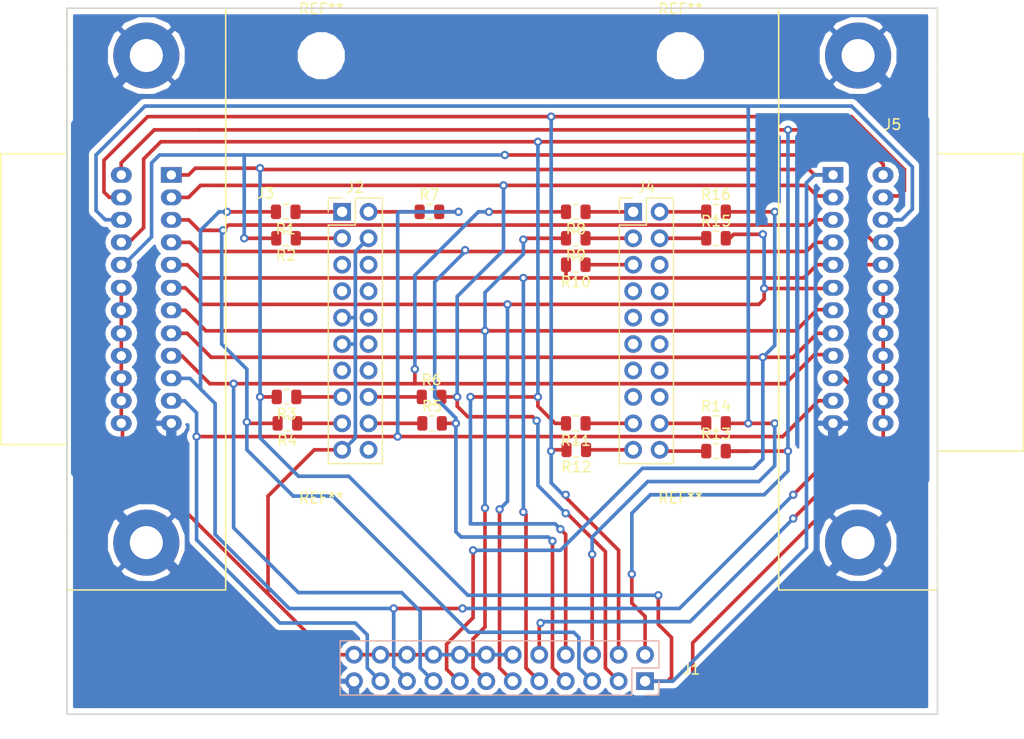
<source format=kicad_pcb>
(kicad_pcb (version 20171130) (host pcbnew 5.0.2+dfsg1-1~bpo9+1)

  (general
    (thickness 1.6)
    (drawings 14)
    (tracks 429)
    (zones 0)
    (modules 25)
    (nets 35)
  )

  (page A4)
  (layers
    (0 F.Cu signal)
    (31 B.Cu signal)
    (32 B.Adhes user)
    (33 F.Adhes user)
    (34 B.Paste user)
    (35 F.Paste user)
    (36 B.SilkS user)
    (37 F.SilkS user)
    (38 B.Mask user)
    (39 F.Mask user)
    (40 Dwgs.User user)
    (41 Cmts.User user)
    (42 Eco1.User user)
    (43 Eco2.User user)
    (44 Edge.Cuts user)
    (45 Margin user)
    (46 B.CrtYd user)
    (47 F.CrtYd user)
    (48 B.Fab user)
    (49 F.Fab user)
  )

  (setup
    (last_trace_width 0.35)
    (trace_clearance 0.2)
    (zone_clearance 0.508)
    (zone_45_only no)
    (trace_min 0.2)
    (segment_width 0.2)
    (edge_width 0.15)
    (via_size 0.8)
    (via_drill 0.4)
    (via_min_size 0.4)
    (via_min_drill 0.3)
    (uvia_size 0.3)
    (uvia_drill 0.1)
    (uvias_allowed no)
    (uvia_min_size 0.2)
    (uvia_min_drill 0.1)
    (pcb_text_width 0.3)
    (pcb_text_size 1.5 1.5)
    (mod_edge_width 0.15)
    (mod_text_size 1 1)
    (mod_text_width 0.15)
    (pad_size 1.524 1.524)
    (pad_drill 0.762)
    (pad_to_mask_clearance 0.051)
    (solder_mask_min_width 0.25)
    (aux_axis_origin 0 0)
    (visible_elements FFFFFF7F)
    (pcbplotparams
      (layerselection 0x010fc_ffffffff)
      (usegerberextensions false)
      (usegerberattributes false)
      (usegerberadvancedattributes false)
      (creategerberjobfile false)
      (excludeedgelayer true)
      (linewidth 0.100000)
      (plotframeref false)
      (viasonmask false)
      (mode 1)
      (useauxorigin false)
      (hpglpennumber 1)
      (hpglpenspeed 20)
      (hpglpendiameter 15.000000)
      (psnegative false)
      (psa4output false)
      (plotreference true)
      (plotvalue true)
      (plotinvisibletext false)
      (padsonsilk false)
      (subtractmaskfromsilk false)
      (outputformat 1)
      (mirror false)
      (drillshape 1)
      (scaleselection 1)
      (outputdirectory ""))
  )

  (net 0 "")
  (net 1 "Net-(J1-Pad1)")
  (net 2 "Net-(J1-Pad2)")
  (net 3 "Net-(J1-Pad3)")
  (net 4 "Net-(J1-Pad4)")
  (net 5 "Net-(J1-Pad5)")
  (net 6 "Net-(J1-Pad6)")
  (net 7 "Net-(J1-Pad7)")
  (net 8 "Net-(J1-Pad8)")
  (net 9 "Net-(J1-Pad9)")
  (net 10 "Net-(J1-Pad10)")
  (net 11 "Net-(J1-Pad11)")
  (net 12 "Net-(J1-Pad12)")
  (net 13 "Net-(J1-Pad13)")
  (net 14 "Net-(J1-Pad15)")
  (net 15 "Net-(J1-Pad17)")
  (net 16 "Net-(J1-Pad19)")
  (net 17 "Net-(J1-Pad21)")
  (net 18 "Net-(J1-Pad23)")
  (net 19 "Net-(J2-Pad1)")
  (net 20 "Net-(J2-Pad2)")
  (net 21 "Net-(J2-Pad3)")
  (net 22 "Net-(J2-Pad15)")
  (net 23 "Net-(J2-Pad17)")
  (net 24 "Net-(J2-Pad18)")
  (net 25 "Net-(J4-Pad20)")
  (net 26 "Net-(J4-Pad19)")
  (net 27 "Net-(J4-Pad18)")
  (net 28 "Net-(J4-Pad17)")
  (net 29 "Net-(J4-Pad5)")
  (net 30 "Net-(J4-Pad4)")
  (net 31 "Net-(J4-Pad3)")
  (net 32 "Net-(J4-Pad2)")
  (net 33 "Net-(J4-Pad1)")
  (net 34 "Net-(J2-Pad16)")

  (net_class Default "This is the default net class."
    (clearance 0.2)
    (trace_width 0.35)
    (via_dia 0.8)
    (via_drill 0.4)
    (uvia_dia 0.3)
    (uvia_drill 0.1)
    (add_net "Net-(J1-Pad1)")
    (add_net "Net-(J1-Pad10)")
    (add_net "Net-(J1-Pad11)")
    (add_net "Net-(J1-Pad12)")
    (add_net "Net-(J1-Pad13)")
    (add_net "Net-(J1-Pad15)")
    (add_net "Net-(J1-Pad17)")
    (add_net "Net-(J1-Pad19)")
    (add_net "Net-(J1-Pad2)")
    (add_net "Net-(J1-Pad21)")
    (add_net "Net-(J1-Pad3)")
    (add_net "Net-(J1-Pad4)")
    (add_net "Net-(J1-Pad5)")
    (add_net "Net-(J1-Pad6)")
    (add_net "Net-(J1-Pad7)")
    (add_net "Net-(J1-Pad8)")
    (add_net "Net-(J1-Pad9)")
    (add_net "Net-(J2-Pad1)")
    (add_net "Net-(J2-Pad15)")
    (add_net "Net-(J2-Pad16)")
    (add_net "Net-(J2-Pad17)")
    (add_net "Net-(J2-Pad18)")
    (add_net "Net-(J2-Pad2)")
    (add_net "Net-(J2-Pad3)")
    (add_net "Net-(J4-Pad1)")
    (add_net "Net-(J4-Pad17)")
    (add_net "Net-(J4-Pad18)")
    (add_net "Net-(J4-Pad19)")
    (add_net "Net-(J4-Pad2)")
    (add_net "Net-(J4-Pad20)")
    (add_net "Net-(J4-Pad3)")
    (add_net "Net-(J4-Pad4)")
    (add_net "Net-(J4-Pad5)")
  )

  (net_class earth ""
    (clearance 0.2)
    (trace_width 1)
    (via_dia 0.8)
    (via_drill 0.4)
    (uvia_dia 0.3)
    (uvia_drill 0.1)
    (add_net "Net-(J1-Pad23)")
  )

  (module microribbon:Microribbon-24_RA_Female_GPIB (layer F.Cu) (tedit 5DA79CCC) (tstamp 5DB54189)
    (at 179.197 68.707)
    (path /5DADB835)
    (fp_text reference J5 (at 5.842 -4.699 180) (layer F.SilkS)
      (effects (font (size 1 1) (thickness 0.15)))
    )
    (fp_text value Conn_02x12_Top_Bottom_MountingPin (at -20.955 1.27 180) (layer F.Fab)
      (effects (font (size 1 1) (thickness 0.15)))
    )
    (fp_line (start -5.08 -10.3759) (end -5.08 34.5059) (layer F.SilkS) (width 0.15))
    (fp_line (start 10.16 -10.3759) (end 10.16 34.5059) (layer F.SilkS) (width 0.15))
    (fp_line (start 10.16 -10.16) (end 10.16 -15.875) (layer F.SilkS) (width 0.15))
    (fp_line (start 10.16 -15.875) (end -5.08 -15.875) (layer F.SilkS) (width 0.15))
    (fp_line (start -5.08 -15.875) (end -5.08 -10.16) (layer F.SilkS) (width 0.15))
    (fp_line (start -5.08 34.29) (end -5.08 40.005) (layer F.SilkS) (width 0.15))
    (fp_line (start -5.08 40.005) (end 10.16 40.005) (layer F.SilkS) (width 0.15))
    (fp_line (start 10.16 40.005) (end 10.16 34.29) (layer F.SilkS) (width 0.15))
    (fp_line (start 10.16 -1.905) (end 18.415 -1.905) (layer F.SilkS) (width 0.15))
    (fp_line (start 18.415 -1.905) (end 18.415 26.67) (layer F.SilkS) (width 0.15))
    (fp_line (start 18.415 26.67) (end 10.16 26.67) (layer F.SilkS) (width 0.15))
    (pad 18 thru_hole oval (at 4.9403 10.9855 180) (size 2 1.524) (drill 0.9) (layers *.Cu *.Mask)
      (net 12 "Net-(J1-Pad12)"))
    (pad 6 thru_hole oval (at 0.1397 10.9855 180) (size 2 1.524) (drill 0.9) (layers *.Cu *.Mask)
      (net 11 "Net-(J1-Pad11)"))
    (pad 7 thru_hole oval (at 0.1397 13.1445 180) (size 2 1.524) (drill 0.9) (layers *.Cu *.Mask)
      (net 13 "Net-(J1-Pad13)"))
    (pad 19 thru_hole oval (at 4.9403 13.1445 180) (size 2 1.524) (drill 0.9) (layers *.Cu *.Mask)
      (net 12 "Net-(J1-Pad12)"))
    (pad 20 thru_hole oval (at 4.9403 15.3543 180) (size 2 1.524) (drill 0.9) (layers *.Cu *.Mask)
      (net 12 "Net-(J1-Pad12)"))
    (pad 21 thru_hole oval (at 4.9403 17.5133 180) (size 2 1.524) (drill 0.9) (layers *.Cu *.Mask)
      (net 12 "Net-(J1-Pad12)"))
    (pad 9 thru_hole oval (at 0.1397 17.5133 180) (size 2 1.524) (drill 0.9) (layers *.Cu *.Mask)
      (net 15 "Net-(J1-Pad17)"))
    (pad 8 thru_hole oval (at 0.1397 15.3543 180) (size 2 1.524) (drill 0.9) (layers *.Cu *.Mask)
      (net 14 "Net-(J1-Pad15)"))
    (pad 22 thru_hole oval (at 4.9403 19.6723 180) (size 2 1.524) (drill 0.9) (layers *.Cu *.Mask)
      (net 12 "Net-(J1-Pad12)"))
    (pad 23 thru_hole oval (at 4.9403 21.8313 180) (size 2 1.524) (drill 0.9) (layers *.Cu *.Mask)
      (net 12 "Net-(J1-Pad12)"))
    (pad 11 thru_hole oval (at 0.1397 21.8313 180) (size 2 1.524) (drill 0.9) (layers *.Cu *.Mask)
      (net 17 "Net-(J1-Pad21)"))
    (pad 10 thru_hole oval (at 0.1397 19.6723 180) (size 2 1.524) (drill 0.9) (layers *.Cu *.Mask)
      (net 16 "Net-(J1-Pad19)"))
    (pad 24 thru_hole oval (at 4.9403 23.9903 180) (size 2 1.524) (drill 0.9) (layers *.Cu *.Mask)
      (net 12 "Net-(J1-Pad12)"))
    (pad 12 thru_hole oval (at 0.1397 23.9903 180) (size 2 1.524) (drill 0.9) (layers *.Cu *.Mask)
      (net 18 "Net-(J1-Pad23)"))
    (pad 16 thru_hole oval (at 4.9403 6.6167 180) (size 2 1.524) (drill 0.9) (layers *.Cu *.Mask)
      (net 8 "Net-(J1-Pad8)"))
    (pad 17 thru_hole oval (at 4.9403 8.7757 180) (size 2 1.524) (drill 0.9) (layers *.Cu *.Mask)
      (net 10 "Net-(J1-Pad10)"))
    (pad 5 thru_hole oval (at 0.1397 8.7757 180) (size 2 1.524) (drill 0.9) (layers *.Cu *.Mask)
      (net 9 "Net-(J1-Pad9)"))
    (pad 4 thru_hole oval (at 0.1397 6.6167 180) (size 2 1.524) (drill 0.9) (layers *.Cu *.Mask)
      (net 7 "Net-(J1-Pad7)"))
    (pad 14 thru_hole oval (at 4.9403 2.2987 180) (size 2 1.524) (drill 0.9) (layers *.Cu *.Mask)
      (net 4 "Net-(J1-Pad4)"))
    (pad 15 thru_hole oval (at 4.9403 4.4577 180) (size 2 1.524) (drill 0.9) (layers *.Cu *.Mask)
      (net 6 "Net-(J1-Pad6)"))
    (pad 3 thru_hole oval (at 0.1397 4.4577 180) (size 2 1.5) (drill 0.9) (layers *.Cu *.Mask)
      (net 5 "Net-(J1-Pad5)"))
    (pad 2 thru_hole oval (at 0.1397 2.2987 180) (size 2 1.524) (drill 0.9) (layers *.Cu *.Mask)
      (net 3 "Net-(J1-Pad3)"))
    (pad 1 thru_hole rect (at 0.1397 0.1397 180) (size 2 1.5) (drill 0.9) (layers *.Cu *.Mask)
      (net 1 "Net-(J1-Pad1)"))
    (pad 13 thru_hole oval (at 4.9403 0.1397 180) (size 2 1.524) (drill 0.9) (layers *.Cu *.Mask)
      (net 2 "Net-(J1-Pad2)"))
    (pad MP thru_hole circle (at 2.54 -11.3284 180) (size 6.35 6.35) (drill 3.175) (layers *.Cu *.Mask)
      (net 18 "Net-(J1-Pad23)"))
    (pad MP thru_hole circle (at 2.54 35.4584 180) (size 6.35 6.35) (drill 3.175) (layers *.Cu *.Mask)
      (net 18 "Net-(J1-Pad23)"))
  )

  (module Connector_PinHeader_2.54mm:PinHeader_2x12_P2.54mm_Vertical (layer B.Cu) (tedit 5DA88E5E) (tstamp 5DA894F2)
    (at 161.29 117.475 90)
    (descr "Through hole straight pin header, 2x12, 2.54mm pitch, double rows")
    (tags "Through hole pin header THT 2x12 2.54mm double row")
    (path /5DAA1745)
    (fp_text reference J1 (at 1.143 4.445 180) (layer F.SilkS)
      (effects (font (size 1 1) (thickness 0.15)))
    )
    (fp_text value Conn_02x12_Odd_Even (at -4.699 -31.496 180) (layer F.Fab)
      (effects (font (size 1 1) (thickness 0.15)))
    )
    (fp_line (start 0 1.27) (end 3.81 1.27) (layer B.Fab) (width 0.1))
    (fp_line (start 3.81 1.27) (end 3.81 -29.21) (layer B.Fab) (width 0.1))
    (fp_line (start 3.81 -29.21) (end -1.27 -29.21) (layer B.Fab) (width 0.1))
    (fp_line (start -1.27 -29.21) (end -1.27 0) (layer B.Fab) (width 0.1))
    (fp_line (start -1.27 0) (end 0 1.27) (layer B.Fab) (width 0.1))
    (fp_line (start -1.33 -29.27) (end 3.87 -29.27) (layer B.SilkS) (width 0.12))
    (fp_line (start -1.33 -1.27) (end -1.33 -29.27) (layer B.SilkS) (width 0.12))
    (fp_line (start 3.87 1.33) (end 3.87 -29.27) (layer B.SilkS) (width 0.12))
    (fp_line (start -1.33 -1.27) (end 1.27 -1.27) (layer B.SilkS) (width 0.12))
    (fp_line (start 1.27 -1.27) (end 1.27 1.33) (layer B.SilkS) (width 0.12))
    (fp_line (start 1.27 1.33) (end 3.87 1.33) (layer B.SilkS) (width 0.12))
    (fp_line (start -1.33 0) (end -1.33 1.33) (layer B.SilkS) (width 0.12))
    (fp_line (start -1.33 1.33) (end 0 1.33) (layer B.SilkS) (width 0.12))
    (fp_line (start -1.8 1.8) (end -1.8 -29.75) (layer B.CrtYd) (width 0.05))
    (fp_line (start -1.8 -29.75) (end 4.35 -29.75) (layer B.CrtYd) (width 0.05))
    (fp_line (start 4.35 -29.75) (end 4.35 1.8) (layer B.CrtYd) (width 0.05))
    (fp_line (start 4.35 1.8) (end -1.8 1.8) (layer B.CrtYd) (width 0.05))
    (fp_text user %R (at 3.048 4.572 -180) (layer F.Fab)
      (effects (font (size 1 1) (thickness 0.15)))
    )
    (pad 1 thru_hole rect (at 0 0 90) (size 1.7 1.7) (drill 1) (layers *.Cu *.Mask)
      (net 1 "Net-(J1-Pad1)"))
    (pad 2 thru_hole oval (at 2.54 0 90) (size 1.7 1.7) (drill 1) (layers *.Cu *.Mask)
      (net 2 "Net-(J1-Pad2)"))
    (pad 3 thru_hole oval (at 0 -2.54 90) (size 1.7 1.7) (drill 1) (layers *.Cu *.Mask)
      (net 3 "Net-(J1-Pad3)"))
    (pad 4 thru_hole oval (at 2.54 -2.54 90) (size 1.7 1.7) (drill 1) (layers *.Cu *.Mask)
      (net 4 "Net-(J1-Pad4)"))
    (pad 5 thru_hole oval (at 0 -5.08 90) (size 1.7 1.7) (drill 1) (layers *.Cu *.Mask)
      (net 5 "Net-(J1-Pad5)"))
    (pad 6 thru_hole oval (at 2.54 -5.08 90) (size 1.7 1.7) (drill 1) (layers *.Cu *.Mask)
      (net 6 "Net-(J1-Pad6)"))
    (pad 7 thru_hole oval (at 0 -7.62 90) (size 1.7 1.7) (drill 1) (layers *.Cu *.Mask)
      (net 7 "Net-(J1-Pad7)"))
    (pad 8 thru_hole oval (at 2.54 -7.62 90) (size 1.7 1.7) (drill 1) (layers *.Cu *.Mask)
      (net 8 "Net-(J1-Pad8)"))
    (pad 9 thru_hole oval (at 0 -10.16 90) (size 1.7 1.7) (drill 1) (layers *.Cu *.Mask)
      (net 9 "Net-(J1-Pad9)"))
    (pad 10 thru_hole oval (at 2.54 -10.16 90) (size 1.7 1.7) (drill 1) (layers *.Cu *.Mask)
      (net 10 "Net-(J1-Pad10)"))
    (pad 11 thru_hole oval (at 0 -12.7 90) (size 1.7 1.7) (drill 1) (layers *.Cu *.Mask)
      (net 11 "Net-(J1-Pad11)"))
    (pad 12 thru_hole oval (at 2.54 -12.7 90) (size 1.7 1.7) (drill 1) (layers *.Cu *.Mask)
      (net 12 "Net-(J1-Pad12)"))
    (pad 13 thru_hole oval (at 0 -15.24 90) (size 1.7 1.7) (drill 1) (layers *.Cu *.Mask)
      (net 13 "Net-(J1-Pad13)"))
    (pad 14 thru_hole oval (at 2.54 -15.24 90) (size 1.7 1.7) (drill 1) (layers *.Cu *.Mask)
      (net 12 "Net-(J1-Pad12)"))
    (pad 15 thru_hole oval (at 0 -17.78 90) (size 1.7 1.7) (drill 1) (layers *.Cu *.Mask)
      (net 14 "Net-(J1-Pad15)"))
    (pad 16 thru_hole oval (at 2.54 -17.78 90) (size 1.7 1.7) (drill 1) (layers *.Cu *.Mask)
      (net 12 "Net-(J1-Pad12)"))
    (pad 17 thru_hole oval (at 0 -20.32 90) (size 1.7 1.7) (drill 1) (layers *.Cu *.Mask)
      (net 15 "Net-(J1-Pad17)"))
    (pad 18 thru_hole oval (at 2.54 -20.32 90) (size 1.7 1.7) (drill 1) (layers *.Cu *.Mask)
      (net 12 "Net-(J1-Pad12)"))
    (pad 19 thru_hole oval (at 0 -22.86 90) (size 1.7 1.7) (drill 1) (layers *.Cu *.Mask)
      (net 16 "Net-(J1-Pad19)"))
    (pad 20 thru_hole oval (at 2.54 -22.86 90) (size 1.7 1.7) (drill 1) (layers *.Cu *.Mask)
      (net 12 "Net-(J1-Pad12)"))
    (pad 21 thru_hole oval (at 0 -25.4 90) (size 1.7 1.7) (drill 1) (layers *.Cu *.Mask)
      (net 17 "Net-(J1-Pad21)"))
    (pad 22 thru_hole oval (at 2.54 -25.4 90) (size 1.7 1.7) (drill 1) (layers *.Cu *.Mask)
      (net 12 "Net-(J1-Pad12)"))
    (pad 23 thru_hole oval (at 0 -27.94 90) (size 1.7 1.7) (drill 1) (layers *.Cu *.Mask)
      (net 18 "Net-(J1-Pad23)"))
    (pad 24 thru_hole oval (at 2.54 -27.94 90) (size 1.7 1.7) (drill 1) (layers *.Cu *.Mask)
      (net 12 "Net-(J1-Pad12)"))
    (model ${KISYS3DMOD}/Connector_PinHeader_2.54mm.3dshapes/PinHeader_2x12_P2.54mm_Vertical.wrl
      (at (xyz 0 0 0))
      (scale (xyz 1 1 1))
      (rotate (xyz 0 0 0))
    )
  )

  (module Connector_PinHeader_2.54mm:PinHeader_2x10_P2.54mm_Vertical (layer F.Cu) (tedit 59FED5CC) (tstamp 5DB83376)
    (at 132.207 72.39)
    (descr "Through hole straight pin header, 2x10, 2.54mm pitch, double rows")
    (tags "Through hole pin header THT 2x10 2.54mm double row")
    (path /5DAA1930)
    (fp_text reference J2 (at 1.27 -2.33) (layer F.SilkS)
      (effects (font (size 1 1) (thickness 0.15)))
    )
    (fp_text value Conn_02x10_Odd_Even (at 1.27 25.19) (layer F.Fab)
      (effects (font (size 1 1) (thickness 0.15)))
    )
    (fp_line (start 0 -1.27) (end 3.81 -1.27) (layer F.Fab) (width 0.1))
    (fp_line (start 3.81 -1.27) (end 3.81 24.13) (layer F.Fab) (width 0.1))
    (fp_line (start 3.81 24.13) (end -1.27 24.13) (layer F.Fab) (width 0.1))
    (fp_line (start -1.27 24.13) (end -1.27 0) (layer F.Fab) (width 0.1))
    (fp_line (start -1.27 0) (end 0 -1.27) (layer F.Fab) (width 0.1))
    (fp_line (start -1.33 24.19) (end 3.87 24.19) (layer F.SilkS) (width 0.12))
    (fp_line (start -1.33 1.27) (end -1.33 24.19) (layer F.SilkS) (width 0.12))
    (fp_line (start 3.87 -1.33) (end 3.87 24.19) (layer F.SilkS) (width 0.12))
    (fp_line (start -1.33 1.27) (end 1.27 1.27) (layer F.SilkS) (width 0.12))
    (fp_line (start 1.27 1.27) (end 1.27 -1.33) (layer F.SilkS) (width 0.12))
    (fp_line (start 1.27 -1.33) (end 3.87 -1.33) (layer F.SilkS) (width 0.12))
    (fp_line (start -1.33 0) (end -1.33 -1.33) (layer F.SilkS) (width 0.12))
    (fp_line (start -1.33 -1.33) (end 0 -1.33) (layer F.SilkS) (width 0.12))
    (fp_line (start -1.8 -1.8) (end -1.8 24.65) (layer F.CrtYd) (width 0.05))
    (fp_line (start -1.8 24.65) (end 4.35 24.65) (layer F.CrtYd) (width 0.05))
    (fp_line (start 4.35 24.65) (end 4.35 -1.8) (layer F.CrtYd) (width 0.05))
    (fp_line (start 4.35 -1.8) (end -1.8 -1.8) (layer F.CrtYd) (width 0.05))
    (fp_text user %R (at 1.27 11.43 90) (layer F.Fab)
      (effects (font (size 1 1) (thickness 0.15)))
    )
    (pad 1 thru_hole rect (at 0 0) (size 1.7 1.7) (drill 1) (layers *.Cu *.Mask)
      (net 19 "Net-(J2-Pad1)"))
    (pad 2 thru_hole oval (at 2.54 0) (size 1.7 1.7) (drill 1) (layers *.Cu *.Mask)
      (net 20 "Net-(J2-Pad2)"))
    (pad 3 thru_hole oval (at 0 2.54) (size 1.7 1.7) (drill 1) (layers *.Cu *.Mask)
      (net 21 "Net-(J2-Pad3)"))
    (pad 4 thru_hole oval (at 2.54 2.54) (size 1.7 1.7) (drill 1) (layers *.Cu *.Mask)
      (net 12 "Net-(J1-Pad12)"))
    (pad 5 thru_hole oval (at 0 5.08) (size 1.7 1.7) (drill 1) (layers *.Cu *.Mask))
    (pad 6 thru_hole oval (at 2.54 5.08) (size 1.7 1.7) (drill 1) (layers *.Cu *.Mask))
    (pad 7 thru_hole oval (at 0 7.62) (size 1.7 1.7) (drill 1) (layers *.Cu *.Mask))
    (pad 8 thru_hole oval (at 2.54 7.62) (size 1.7 1.7) (drill 1) (layers *.Cu *.Mask))
    (pad 9 thru_hole oval (at 0 10.16) (size 1.7 1.7) (drill 1) (layers *.Cu *.Mask)
      (net 12 "Net-(J1-Pad12)"))
    (pad 10 thru_hole oval (at 2.54 10.16) (size 1.7 1.7) (drill 1) (layers *.Cu *.Mask))
    (pad 11 thru_hole oval (at 0 12.7) (size 1.7 1.7) (drill 1) (layers *.Cu *.Mask)
      (net 12 "Net-(J1-Pad12)"))
    (pad 12 thru_hole oval (at 2.54 12.7) (size 1.7 1.7) (drill 1) (layers *.Cu *.Mask))
    (pad 13 thru_hole oval (at 0 15.24) (size 1.7 1.7) (drill 1) (layers *.Cu *.Mask))
    (pad 14 thru_hole oval (at 2.54 15.24) (size 1.7 1.7) (drill 1) (layers *.Cu *.Mask))
    (pad 15 thru_hole oval (at 0 17.78) (size 1.7 1.7) (drill 1) (layers *.Cu *.Mask)
      (net 22 "Net-(J2-Pad15)"))
    (pad 16 thru_hole oval (at 2.54 17.78) (size 1.7 1.7) (drill 1) (layers *.Cu *.Mask)
      (net 34 "Net-(J2-Pad16)"))
    (pad 17 thru_hole oval (at 0 20.32) (size 1.7 1.7) (drill 1) (layers *.Cu *.Mask)
      (net 23 "Net-(J2-Pad17)"))
    (pad 18 thru_hole oval (at 2.54 20.32) (size 1.7 1.7) (drill 1) (layers *.Cu *.Mask)
      (net 24 "Net-(J2-Pad18)"))
    (pad 19 thru_hole oval (at 0 22.86) (size 1.7 1.7) (drill 1) (layers *.Cu *.Mask)
      (net 12 "Net-(J1-Pad12)"))
    (pad 20 thru_hole oval (at 2.54 22.86) (size 1.7 1.7) (drill 1) (layers *.Cu *.Mask))
    (model ${KISYS3DMOD}/Connector_PinHeader_2.54mm.3dshapes/PinHeader_2x10_P2.54mm_Vertical.wrl
      (at (xyz 0 0 0))
      (scale (xyz 1 1 1))
      (rotate (xyz 0 0 0))
    )
  )

  (module Connector_PinHeader_2.54mm:PinHeader_2x10_P2.54mm_Vertical (layer F.Cu) (tedit 59FED5CC) (tstamp 5DB831E4)
    (at 160.147 72.39)
    (descr "Through hole straight pin header, 2x10, 2.54mm pitch, double rows")
    (tags "Through hole pin header THT 2x10 2.54mm double row")
    (path /5DAA1A0C)
    (fp_text reference J4 (at 1.27 -2.33) (layer F.SilkS)
      (effects (font (size 1 1) (thickness 0.15)))
    )
    (fp_text value Conn_02x10_Odd_Even (at 1.27 25.19) (layer F.Fab)
      (effects (font (size 1 1) (thickness 0.15)))
    )
    (fp_text user %R (at 1.27 11.43 90) (layer F.Fab)
      (effects (font (size 1 1) (thickness 0.15)))
    )
    (fp_line (start 4.35 -1.8) (end -1.8 -1.8) (layer F.CrtYd) (width 0.05))
    (fp_line (start 4.35 24.65) (end 4.35 -1.8) (layer F.CrtYd) (width 0.05))
    (fp_line (start -1.8 24.65) (end 4.35 24.65) (layer F.CrtYd) (width 0.05))
    (fp_line (start -1.8 -1.8) (end -1.8 24.65) (layer F.CrtYd) (width 0.05))
    (fp_line (start -1.33 -1.33) (end 0 -1.33) (layer F.SilkS) (width 0.12))
    (fp_line (start -1.33 0) (end -1.33 -1.33) (layer F.SilkS) (width 0.12))
    (fp_line (start 1.27 -1.33) (end 3.87 -1.33) (layer F.SilkS) (width 0.12))
    (fp_line (start 1.27 1.27) (end 1.27 -1.33) (layer F.SilkS) (width 0.12))
    (fp_line (start -1.33 1.27) (end 1.27 1.27) (layer F.SilkS) (width 0.12))
    (fp_line (start 3.87 -1.33) (end 3.87 24.19) (layer F.SilkS) (width 0.12))
    (fp_line (start -1.33 1.27) (end -1.33 24.19) (layer F.SilkS) (width 0.12))
    (fp_line (start -1.33 24.19) (end 3.87 24.19) (layer F.SilkS) (width 0.12))
    (fp_line (start -1.27 0) (end 0 -1.27) (layer F.Fab) (width 0.1))
    (fp_line (start -1.27 24.13) (end -1.27 0) (layer F.Fab) (width 0.1))
    (fp_line (start 3.81 24.13) (end -1.27 24.13) (layer F.Fab) (width 0.1))
    (fp_line (start 3.81 -1.27) (end 3.81 24.13) (layer F.Fab) (width 0.1))
    (fp_line (start 0 -1.27) (end 3.81 -1.27) (layer F.Fab) (width 0.1))
    (pad 20 thru_hole oval (at 2.54 22.86) (size 1.7 1.7) (drill 1) (layers *.Cu *.Mask)
      (net 25 "Net-(J4-Pad20)"))
    (pad 19 thru_hole oval (at 0 22.86) (size 1.7 1.7) (drill 1) (layers *.Cu *.Mask)
      (net 26 "Net-(J4-Pad19)"))
    (pad 18 thru_hole oval (at 2.54 20.32) (size 1.7 1.7) (drill 1) (layers *.Cu *.Mask)
      (net 27 "Net-(J4-Pad18)"))
    (pad 17 thru_hole oval (at 0 20.32) (size 1.7 1.7) (drill 1) (layers *.Cu *.Mask)
      (net 28 "Net-(J4-Pad17)"))
    (pad 16 thru_hole oval (at 2.54 17.78) (size 1.7 1.7) (drill 1) (layers *.Cu *.Mask))
    (pad 15 thru_hole oval (at 0 17.78) (size 1.7 1.7) (drill 1) (layers *.Cu *.Mask))
    (pad 14 thru_hole oval (at 2.54 15.24) (size 1.7 1.7) (drill 1) (layers *.Cu *.Mask))
    (pad 13 thru_hole oval (at 0 15.24) (size 1.7 1.7) (drill 1) (layers *.Cu *.Mask))
    (pad 12 thru_hole oval (at 2.54 12.7) (size 1.7 1.7) (drill 1) (layers *.Cu *.Mask))
    (pad 11 thru_hole oval (at 0 12.7) (size 1.7 1.7) (drill 1) (layers *.Cu *.Mask))
    (pad 10 thru_hole oval (at 2.54 10.16) (size 1.7 1.7) (drill 1) (layers *.Cu *.Mask))
    (pad 9 thru_hole oval (at 0 10.16) (size 1.7 1.7) (drill 1) (layers *.Cu *.Mask))
    (pad 8 thru_hole oval (at 2.54 7.62) (size 1.7 1.7) (drill 1) (layers *.Cu *.Mask))
    (pad 7 thru_hole oval (at 0 7.62) (size 1.7 1.7) (drill 1) (layers *.Cu *.Mask))
    (pad 6 thru_hole oval (at 2.54 5.08) (size 1.7 1.7) (drill 1) (layers *.Cu *.Mask))
    (pad 5 thru_hole oval (at 0 5.08) (size 1.7 1.7) (drill 1) (layers *.Cu *.Mask)
      (net 29 "Net-(J4-Pad5)"))
    (pad 4 thru_hole oval (at 2.54 2.54) (size 1.7 1.7) (drill 1) (layers *.Cu *.Mask)
      (net 30 "Net-(J4-Pad4)"))
    (pad 3 thru_hole oval (at 0 2.54) (size 1.7 1.7) (drill 1) (layers *.Cu *.Mask)
      (net 31 "Net-(J4-Pad3)"))
    (pad 2 thru_hole oval (at 2.54 0) (size 1.7 1.7) (drill 1) (layers *.Cu *.Mask)
      (net 32 "Net-(J4-Pad2)"))
    (pad 1 thru_hole rect (at 0 0) (size 1.7 1.7) (drill 1) (layers *.Cu *.Mask)
      (net 33 "Net-(J4-Pad1)"))
    (model ${KISYS3DMOD}/Connector_PinHeader_2.54mm.3dshapes/PinHeader_2x10_P2.54mm_Vertical.wrl
      (at (xyz 0 0 0))
      (scale (xyz 1 1 1))
      (rotate (xyz 0 0 0))
    )
  )

  (module Resistor_SMD:R_0805_2012Metric (layer F.Cu) (tedit 5B36C52B) (tstamp 5DB83438)
    (at 126.7945 72.39 180)
    (descr "Resistor SMD 0805 (2012 Metric), square (rectangular) end terminal, IPC_7351 nominal, (Body size source: https://docs.google.com/spreadsheets/d/1BsfQQcO9C6DZCsRaXUlFlo91Tg2WpOkGARC1WS5S8t0/edit?usp=sharing), generated with kicad-footprint-generator")
    (tags resistor)
    (path /5DB6446D)
    (attr smd)
    (fp_text reference R1 (at 0 -1.65) (layer F.SilkS)
      (effects (font (size 1 1) (thickness 0.15)))
    )
    (fp_text value R (at 0 1.65 180) (layer F.Fab)
      (effects (font (size 1 1) (thickness 0.15)))
    )
    (fp_text user %R (at 0 0 270) (layer F.Fab)
      (effects (font (size 0.5 0.5) (thickness 0.08)))
    )
    (fp_line (start 1.68 0.95) (end -1.68 0.95) (layer F.CrtYd) (width 0.05))
    (fp_line (start 1.68 -0.95) (end 1.68 0.95) (layer F.CrtYd) (width 0.05))
    (fp_line (start -1.68 -0.95) (end 1.68 -0.95) (layer F.CrtYd) (width 0.05))
    (fp_line (start -1.68 0.95) (end -1.68 -0.95) (layer F.CrtYd) (width 0.05))
    (fp_line (start -0.258578 0.71) (end 0.258578 0.71) (layer F.SilkS) (width 0.12))
    (fp_line (start -0.258578 -0.71) (end 0.258578 -0.71) (layer F.SilkS) (width 0.12))
    (fp_line (start 1 0.6) (end -1 0.6) (layer F.Fab) (width 0.1))
    (fp_line (start 1 -0.6) (end 1 0.6) (layer F.Fab) (width 0.1))
    (fp_line (start -1 -0.6) (end 1 -0.6) (layer F.Fab) (width 0.1))
    (fp_line (start -1 0.6) (end -1 -0.6) (layer F.Fab) (width 0.1))
    (pad 2 smd roundrect (at 0.9375 0 180) (size 0.975 1.4) (layers F.Cu F.Paste F.Mask) (roundrect_rratio 0.25)
      (net 16 "Net-(J1-Pad19)"))
    (pad 1 smd roundrect (at -0.9375 0 180) (size 0.975 1.4) (layers F.Cu F.Paste F.Mask) (roundrect_rratio 0.25)
      (net 19 "Net-(J2-Pad1)"))
    (model ${KISYS3DMOD}/Resistor_SMD.3dshapes/R_0805_2012Metric.wrl
      (at (xyz 0 0 0))
      (scale (xyz 1 1 1))
      (rotate (xyz 0 0 0))
    )
  )

  (module Resistor_SMD:R_0805_2012Metric (layer F.Cu) (tedit 5B36C52B) (tstamp 5DB830E4)
    (at 126.8245 74.93 180)
    (descr "Resistor SMD 0805 (2012 Metric), square (rectangular) end terminal, IPC_7351 nominal, (Body size source: https://docs.google.com/spreadsheets/d/1BsfQQcO9C6DZCsRaXUlFlo91Tg2WpOkGARC1WS5S8t0/edit?usp=sharing), generated with kicad-footprint-generator")
    (tags resistor)
    (path /5DB64552)
    (attr smd)
    (fp_text reference R2 (at 0 -1.65 180) (layer F.SilkS)
      (effects (font (size 1 1) (thickness 0.15)))
    )
    (fp_text value R (at 0 1.65 180) (layer F.Fab)
      (effects (font (size 1 1) (thickness 0.15)))
    )
    (fp_line (start -1 0.6) (end -1 -0.6) (layer F.Fab) (width 0.1))
    (fp_line (start -1 -0.6) (end 1 -0.6) (layer F.Fab) (width 0.1))
    (fp_line (start 1 -0.6) (end 1 0.6) (layer F.Fab) (width 0.1))
    (fp_line (start 1 0.6) (end -1 0.6) (layer F.Fab) (width 0.1))
    (fp_line (start -0.258578 -0.71) (end 0.258578 -0.71) (layer F.SilkS) (width 0.12))
    (fp_line (start -0.258578 0.71) (end 0.258578 0.71) (layer F.SilkS) (width 0.12))
    (fp_line (start -1.68 0.95) (end -1.68 -0.95) (layer F.CrtYd) (width 0.05))
    (fp_line (start -1.68 -0.95) (end 1.68 -0.95) (layer F.CrtYd) (width 0.05))
    (fp_line (start 1.68 -0.95) (end 1.68 0.95) (layer F.CrtYd) (width 0.05))
    (fp_line (start 1.68 0.95) (end -1.68 0.95) (layer F.CrtYd) (width 0.05))
    (fp_text user %R (at 0 0 180) (layer F.Fab)
      (effects (font (size 0.5 0.5) (thickness 0.08)))
    )
    (pad 1 smd roundrect (at -0.9375 0 180) (size 0.975 1.4) (layers F.Cu F.Paste F.Mask) (roundrect_rratio 0.25)
      (net 21 "Net-(J2-Pad3)"))
    (pad 2 smd roundrect (at 0.9375 0 180) (size 0.975 1.4) (layers F.Cu F.Paste F.Mask) (roundrect_rratio 0.25)
      (net 10 "Net-(J1-Pad10)"))
    (model ${KISYS3DMOD}/Resistor_SMD.3dshapes/R_0805_2012Metric.wrl
      (at (xyz 0 0 0))
      (scale (xyz 1 1 1))
      (rotate (xyz 0 0 0))
    )
  )

  (module Resistor_SMD:R_0805_2012Metric (layer F.Cu) (tedit 5B36C52B) (tstamp 5DB83498)
    (at 126.873 90.17 180)
    (descr "Resistor SMD 0805 (2012 Metric), square (rectangular) end terminal, IPC_7351 nominal, (Body size source: https://docs.google.com/spreadsheets/d/1BsfQQcO9C6DZCsRaXUlFlo91Tg2WpOkGARC1WS5S8t0/edit?usp=sharing), generated with kicad-footprint-generator")
    (tags resistor)
    (path /5DB645B6)
    (attr smd)
    (fp_text reference R3 (at 0 -1.65 180) (layer F.SilkS)
      (effects (font (size 1 1) (thickness 0.15)))
    )
    (fp_text value R (at 0 1.65 180) (layer F.Fab)
      (effects (font (size 1 1) (thickness 0.15)))
    )
    (fp_line (start -1 0.6) (end -1 -0.6) (layer F.Fab) (width 0.1))
    (fp_line (start -1 -0.6) (end 1 -0.6) (layer F.Fab) (width 0.1))
    (fp_line (start 1 -0.6) (end 1 0.6) (layer F.Fab) (width 0.1))
    (fp_line (start 1 0.6) (end -1 0.6) (layer F.Fab) (width 0.1))
    (fp_line (start -0.258578 -0.71) (end 0.258578 -0.71) (layer F.SilkS) (width 0.12))
    (fp_line (start -0.258578 0.71) (end 0.258578 0.71) (layer F.SilkS) (width 0.12))
    (fp_line (start -1.68 0.95) (end -1.68 -0.95) (layer F.CrtYd) (width 0.05))
    (fp_line (start -1.68 -0.95) (end 1.68 -0.95) (layer F.CrtYd) (width 0.05))
    (fp_line (start 1.68 -0.95) (end 1.68 0.95) (layer F.CrtYd) (width 0.05))
    (fp_line (start 1.68 0.95) (end -1.68 0.95) (layer F.CrtYd) (width 0.05))
    (fp_text user %R (at 0 0 180) (layer F.Fab)
      (effects (font (size 0.5 0.5) (thickness 0.08)))
    )
    (pad 1 smd roundrect (at -0.9375 0 180) (size 0.975 1.4) (layers F.Cu F.Paste F.Mask) (roundrect_rratio 0.25)
      (net 22 "Net-(J2-Pad15)"))
    (pad 2 smd roundrect (at 0.9375 0 180) (size 0.975 1.4) (layers F.Cu F.Paste F.Mask) (roundrect_rratio 0.25)
      (net 1 "Net-(J1-Pad1)"))
    (model ${KISYS3DMOD}/Resistor_SMD.3dshapes/R_0805_2012Metric.wrl
      (at (xyz 0 0 0))
      (scale (xyz 1 1 1))
      (rotate (xyz 0 0 0))
    )
  )

  (module Resistor_SMD:R_0805_2012Metric (layer F.Cu) (tedit 5B36C52B) (tstamp 5DB8360F)
    (at 126.9515 92.71 180)
    (descr "Resistor SMD 0805 (2012 Metric), square (rectangular) end terminal, IPC_7351 nominal, (Body size source: https://docs.google.com/spreadsheets/d/1BsfQQcO9C6DZCsRaXUlFlo91Tg2WpOkGARC1WS5S8t0/edit?usp=sharing), generated with kicad-footprint-generator")
    (tags resistor)
    (path /5DB64619)
    (attr smd)
    (fp_text reference R4 (at 0 -1.65 180) (layer F.SilkS)
      (effects (font (size 1 1) (thickness 0.15)))
    )
    (fp_text value R (at 0 1.65 180) (layer F.Fab)
      (effects (font (size 1 1) (thickness 0.15)))
    )
    (fp_text user %R (at 0 0 180) (layer F.Fab)
      (effects (font (size 0.5 0.5) (thickness 0.08)))
    )
    (fp_line (start 1.68 0.95) (end -1.68 0.95) (layer F.CrtYd) (width 0.05))
    (fp_line (start 1.68 -0.95) (end 1.68 0.95) (layer F.CrtYd) (width 0.05))
    (fp_line (start -1.68 -0.95) (end 1.68 -0.95) (layer F.CrtYd) (width 0.05))
    (fp_line (start -1.68 0.95) (end -1.68 -0.95) (layer F.CrtYd) (width 0.05))
    (fp_line (start -0.258578 0.71) (end 0.258578 0.71) (layer F.SilkS) (width 0.12))
    (fp_line (start -0.258578 -0.71) (end 0.258578 -0.71) (layer F.SilkS) (width 0.12))
    (fp_line (start 1 0.6) (end -1 0.6) (layer F.Fab) (width 0.1))
    (fp_line (start 1 -0.6) (end 1 0.6) (layer F.Fab) (width 0.1))
    (fp_line (start -1 -0.6) (end 1 -0.6) (layer F.Fab) (width 0.1))
    (fp_line (start -1 0.6) (end -1 -0.6) (layer F.Fab) (width 0.1))
    (pad 2 smd roundrect (at 0.9375 0 180) (size 0.975 1.4) (layers F.Cu F.Paste F.Mask) (roundrect_rratio 0.25)
      (net 5 "Net-(J1-Pad5)"))
    (pad 1 smd roundrect (at -0.9375 0 180) (size 0.975 1.4) (layers F.Cu F.Paste F.Mask) (roundrect_rratio 0.25)
      (net 23 "Net-(J2-Pad17)"))
    (model ${KISYS3DMOD}/Resistor_SMD.3dshapes/R_0805_2012Metric.wrl
      (at (xyz 0 0 0))
      (scale (xyz 1 1 1))
      (rotate (xyz 0 0 0))
    )
  )

  (module Resistor_SMD:R_0805_2012Metric (layer F.Cu) (tedit 5B36C52B) (tstamp 5DB834C8)
    (at 140.843 92.71)
    (descr "Resistor SMD 0805 (2012 Metric), square (rectangular) end terminal, IPC_7351 nominal, (Body size source: https://docs.google.com/spreadsheets/d/1BsfQQcO9C6DZCsRaXUlFlo91Tg2WpOkGARC1WS5S8t0/edit?usp=sharing), generated with kicad-footprint-generator")
    (tags resistor)
    (path /5DB6470D)
    (attr smd)
    (fp_text reference R5 (at 0 -1.65) (layer F.SilkS)
      (effects (font (size 1 1) (thickness 0.15)))
    )
    (fp_text value R (at 0 1.65) (layer F.Fab)
      (effects (font (size 1 1) (thickness 0.15)))
    )
    (fp_line (start -1 0.6) (end -1 -0.6) (layer F.Fab) (width 0.1))
    (fp_line (start -1 -0.6) (end 1 -0.6) (layer F.Fab) (width 0.1))
    (fp_line (start 1 -0.6) (end 1 0.6) (layer F.Fab) (width 0.1))
    (fp_line (start 1 0.6) (end -1 0.6) (layer F.Fab) (width 0.1))
    (fp_line (start -0.258578 -0.71) (end 0.258578 -0.71) (layer F.SilkS) (width 0.12))
    (fp_line (start -0.258578 0.71) (end 0.258578 0.71) (layer F.SilkS) (width 0.12))
    (fp_line (start -1.68 0.95) (end -1.68 -0.95) (layer F.CrtYd) (width 0.05))
    (fp_line (start -1.68 -0.95) (end 1.68 -0.95) (layer F.CrtYd) (width 0.05))
    (fp_line (start 1.68 -0.95) (end 1.68 0.95) (layer F.CrtYd) (width 0.05))
    (fp_line (start 1.68 0.95) (end -1.68 0.95) (layer F.CrtYd) (width 0.05))
    (fp_text user %R (at 0 0) (layer F.Fab)
      (effects (font (size 0.5 0.5) (thickness 0.08)))
    )
    (pad 1 smd roundrect (at -0.9375 0) (size 0.975 1.4) (layers F.Cu F.Paste F.Mask) (roundrect_rratio 0.25)
      (net 24 "Net-(J2-Pad18)"))
    (pad 2 smd roundrect (at 0.9375 0) (size 0.975 1.4) (layers F.Cu F.Paste F.Mask) (roundrect_rratio 0.25)
      (net 7 "Net-(J1-Pad7)"))
    (model ${KISYS3DMOD}/Resistor_SMD.3dshapes/R_0805_2012Metric.wrl
      (at (xyz 0 0 0))
      (scale (xyz 1 1 1))
      (rotate (xyz 0 0 0))
    )
  )

  (module Resistor_SMD:R_0805_2012Metric (layer F.Cu) (tedit 5B36C52B) (tstamp 5DB834F8)
    (at 140.7945 90.17)
    (descr "Resistor SMD 0805 (2012 Metric), square (rectangular) end terminal, IPC_7351 nominal, (Body size source: https://docs.google.com/spreadsheets/d/1BsfQQcO9C6DZCsRaXUlFlo91Tg2WpOkGARC1WS5S8t0/edit?usp=sharing), generated with kicad-footprint-generator")
    (tags resistor)
    (path /5DB647B2)
    (attr smd)
    (fp_text reference R6 (at 0 -1.65) (layer F.SilkS)
      (effects (font (size 1 1) (thickness 0.15)))
    )
    (fp_text value R (at 0 1.65) (layer F.Fab)
      (effects (font (size 1 1) (thickness 0.15)))
    )
    (fp_text user %R (at 0 0) (layer F.Fab)
      (effects (font (size 0.5 0.5) (thickness 0.08)))
    )
    (fp_line (start 1.68 0.95) (end -1.68 0.95) (layer F.CrtYd) (width 0.05))
    (fp_line (start 1.68 -0.95) (end 1.68 0.95) (layer F.CrtYd) (width 0.05))
    (fp_line (start -1.68 -0.95) (end 1.68 -0.95) (layer F.CrtYd) (width 0.05))
    (fp_line (start -1.68 0.95) (end -1.68 -0.95) (layer F.CrtYd) (width 0.05))
    (fp_line (start -0.258578 0.71) (end 0.258578 0.71) (layer F.SilkS) (width 0.12))
    (fp_line (start -0.258578 -0.71) (end 0.258578 -0.71) (layer F.SilkS) (width 0.12))
    (fp_line (start 1 0.6) (end -1 0.6) (layer F.Fab) (width 0.1))
    (fp_line (start 1 -0.6) (end 1 0.6) (layer F.Fab) (width 0.1))
    (fp_line (start -1 -0.6) (end 1 -0.6) (layer F.Fab) (width 0.1))
    (fp_line (start -1 0.6) (end -1 -0.6) (layer F.Fab) (width 0.1))
    (pad 2 smd roundrect (at 0.9375 0) (size 0.975 1.4) (layers F.Cu F.Paste F.Mask) (roundrect_rratio 0.25)
      (net 3 "Net-(J1-Pad3)"))
    (pad 1 smd roundrect (at -0.9375 0) (size 0.975 1.4) (layers F.Cu F.Paste F.Mask) (roundrect_rratio 0.25)
      (net 34 "Net-(J2-Pad16)"))
    (model ${KISYS3DMOD}/Resistor_SMD.3dshapes/R_0805_2012Metric.wrl
      (at (xyz 0 0 0))
      (scale (xyz 1 1 1))
      (rotate (xyz 0 0 0))
    )
  )

  (module Resistor_SMD:R_0805_2012Metric (layer F.Cu) (tedit 5B36C52B) (tstamp 5DB83276)
    (at 140.589 72.39)
    (descr "Resistor SMD 0805 (2012 Metric), square (rectangular) end terminal, IPC_7351 nominal, (Body size source: https://docs.google.com/spreadsheets/d/1BsfQQcO9C6DZCsRaXUlFlo91Tg2WpOkGARC1WS5S8t0/edit?usp=sharing), generated with kicad-footprint-generator")
    (tags resistor)
    (path /5DB64834)
    (attr smd)
    (fp_text reference R7 (at 0 -1.65) (layer F.SilkS)
      (effects (font (size 1 1) (thickness 0.15)))
    )
    (fp_text value R (at 0 1.65) (layer F.Fab)
      (effects (font (size 1 1) (thickness 0.15)))
    )
    (fp_line (start -1 0.6) (end -1 -0.6) (layer F.Fab) (width 0.1))
    (fp_line (start -1 -0.6) (end 1 -0.6) (layer F.Fab) (width 0.1))
    (fp_line (start 1 -0.6) (end 1 0.6) (layer F.Fab) (width 0.1))
    (fp_line (start 1 0.6) (end -1 0.6) (layer F.Fab) (width 0.1))
    (fp_line (start -0.258578 -0.71) (end 0.258578 -0.71) (layer F.SilkS) (width 0.12))
    (fp_line (start -0.258578 0.71) (end 0.258578 0.71) (layer F.SilkS) (width 0.12))
    (fp_line (start -1.68 0.95) (end -1.68 -0.95) (layer F.CrtYd) (width 0.05))
    (fp_line (start -1.68 -0.95) (end 1.68 -0.95) (layer F.CrtYd) (width 0.05))
    (fp_line (start 1.68 -0.95) (end 1.68 0.95) (layer F.CrtYd) (width 0.05))
    (fp_line (start 1.68 0.95) (end -1.68 0.95) (layer F.CrtYd) (width 0.05))
    (fp_text user %R (at 0 0) (layer F.Fab)
      (effects (font (size 0.5 0.5) (thickness 0.08)))
    )
    (pad 1 smd roundrect (at -0.9375 0) (size 0.975 1.4) (layers F.Cu F.Paste F.Mask) (roundrect_rratio 0.25)
      (net 20 "Net-(J2-Pad2)"))
    (pad 2 smd roundrect (at 0.9375 0) (size 0.975 1.4) (layers F.Cu F.Paste F.Mask) (roundrect_rratio 0.25)
      (net 17 "Net-(J1-Pad21)"))
    (model ${KISYS3DMOD}/Resistor_SMD.3dshapes/R_0805_2012Metric.wrl
      (at (xyz 0 0 0))
      (scale (xyz 1 1 1))
      (rotate (xyz 0 0 0))
    )
  )

  (module Resistor_SMD:R_0805_2012Metric (layer F.Cu) (tedit 5B36C52B) (tstamp 5DB832A6)
    (at 154.6375 72.39 180)
    (descr "Resistor SMD 0805 (2012 Metric), square (rectangular) end terminal, IPC_7351 nominal, (Body size source: https://docs.google.com/spreadsheets/d/1BsfQQcO9C6DZCsRaXUlFlo91Tg2WpOkGARC1WS5S8t0/edit?usp=sharing), generated with kicad-footprint-generator")
    (tags resistor)
    (path /5DB6496D)
    (attr smd)
    (fp_text reference R8 (at 0 -1.65 180) (layer F.SilkS)
      (effects (font (size 1 1) (thickness 0.15)))
    )
    (fp_text value R (at 0 1.65 180) (layer F.Fab)
      (effects (font (size 1 1) (thickness 0.15)))
    )
    (fp_text user %R (at 0 0 180) (layer F.Fab)
      (effects (font (size 0.5 0.5) (thickness 0.08)))
    )
    (fp_line (start 1.68 0.95) (end -1.68 0.95) (layer F.CrtYd) (width 0.05))
    (fp_line (start 1.68 -0.95) (end 1.68 0.95) (layer F.CrtYd) (width 0.05))
    (fp_line (start -1.68 -0.95) (end 1.68 -0.95) (layer F.CrtYd) (width 0.05))
    (fp_line (start -1.68 0.95) (end -1.68 -0.95) (layer F.CrtYd) (width 0.05))
    (fp_line (start -0.258578 0.71) (end 0.258578 0.71) (layer F.SilkS) (width 0.12))
    (fp_line (start -0.258578 -0.71) (end 0.258578 -0.71) (layer F.SilkS) (width 0.12))
    (fp_line (start 1 0.6) (end -1 0.6) (layer F.Fab) (width 0.1))
    (fp_line (start 1 -0.6) (end 1 0.6) (layer F.Fab) (width 0.1))
    (fp_line (start -1 -0.6) (end 1 -0.6) (layer F.Fab) (width 0.1))
    (fp_line (start -1 0.6) (end -1 -0.6) (layer F.Fab) (width 0.1))
    (pad 2 smd roundrect (at 0.9375 0 180) (size 0.975 1.4) (layers F.Cu F.Paste F.Mask) (roundrect_rratio 0.25)
      (net 15 "Net-(J1-Pad17)"))
    (pad 1 smd roundrect (at -0.9375 0 180) (size 0.975 1.4) (layers F.Cu F.Paste F.Mask) (roundrect_rratio 0.25)
      (net 33 "Net-(J4-Pad1)"))
    (model ${KISYS3DMOD}/Resistor_SMD.3dshapes/R_0805_2012Metric.wrl
      (at (xyz 0 0 0))
      (scale (xyz 1 1 1))
      (rotate (xyz 0 0 0))
    )
  )

  (module Resistor_SMD:R_0805_2012Metric (layer F.Cu) (tedit 5B36C52B) (tstamp 5DB835AF)
    (at 154.6375 74.93 180)
    (descr "Resistor SMD 0805 (2012 Metric), square (rectangular) end terminal, IPC_7351 nominal, (Body size source: https://docs.google.com/spreadsheets/d/1BsfQQcO9C6DZCsRaXUlFlo91Tg2WpOkGARC1WS5S8t0/edit?usp=sharing), generated with kicad-footprint-generator")
    (tags resistor)
    (path /5DB64A09)
    (attr smd)
    (fp_text reference R9 (at 0 -1.65 180) (layer F.SilkS)
      (effects (font (size 1 1) (thickness 0.15)))
    )
    (fp_text value R (at 0 1.65 180) (layer F.Fab)
      (effects (font (size 1 1) (thickness 0.15)))
    )
    (fp_line (start -1 0.6) (end -1 -0.6) (layer F.Fab) (width 0.1))
    (fp_line (start -1 -0.6) (end 1 -0.6) (layer F.Fab) (width 0.1))
    (fp_line (start 1 -0.6) (end 1 0.6) (layer F.Fab) (width 0.1))
    (fp_line (start 1 0.6) (end -1 0.6) (layer F.Fab) (width 0.1))
    (fp_line (start -0.258578 -0.71) (end 0.258578 -0.71) (layer F.SilkS) (width 0.12))
    (fp_line (start -0.258578 0.71) (end 0.258578 0.71) (layer F.SilkS) (width 0.12))
    (fp_line (start -1.68 0.95) (end -1.68 -0.95) (layer F.CrtYd) (width 0.05))
    (fp_line (start -1.68 -0.95) (end 1.68 -0.95) (layer F.CrtYd) (width 0.05))
    (fp_line (start 1.68 -0.95) (end 1.68 0.95) (layer F.CrtYd) (width 0.05))
    (fp_line (start 1.68 0.95) (end -1.68 0.95) (layer F.CrtYd) (width 0.05))
    (fp_text user %R (at 0 0 180) (layer F.Fab)
      (effects (font (size 0.5 0.5) (thickness 0.08)))
    )
    (pad 1 smd roundrect (at -0.9375 0 180) (size 0.975 1.4) (layers F.Cu F.Paste F.Mask) (roundrect_rratio 0.25)
      (net 31 "Net-(J4-Pad3)"))
    (pad 2 smd roundrect (at 0.9375 0 180) (size 0.975 1.4) (layers F.Cu F.Paste F.Mask) (roundrect_rratio 0.25)
      (net 13 "Net-(J1-Pad13)"))
    (model ${KISYS3DMOD}/Resistor_SMD.3dshapes/R_0805_2012Metric.wrl
      (at (xyz 0 0 0))
      (scale (xyz 1 1 1))
      (rotate (xyz 0 0 0))
    )
  )

  (module Resistor_SMD:R_0805_2012Metric (layer F.Cu) (tedit 5B36C52B) (tstamp 5DB83408)
    (at 154.6375 77.47 180)
    (descr "Resistor SMD 0805 (2012 Metric), square (rectangular) end terminal, IPC_7351 nominal, (Body size source: https://docs.google.com/spreadsheets/d/1BsfQQcO9C6DZCsRaXUlFlo91Tg2WpOkGARC1WS5S8t0/edit?usp=sharing), generated with kicad-footprint-generator")
    (tags resistor)
    (path /5DB64AAE)
    (attr smd)
    (fp_text reference R10 (at 0 -1.65 180) (layer F.SilkS)
      (effects (font (size 1 1) (thickness 0.15)))
    )
    (fp_text value R (at 0 1.65 180) (layer F.Fab)
      (effects (font (size 1 1) (thickness 0.15)))
    )
    (fp_text user %R (at 0 0 180) (layer F.Fab)
      (effects (font (size 0.5 0.5) (thickness 0.08)))
    )
    (fp_line (start 1.68 0.95) (end -1.68 0.95) (layer F.CrtYd) (width 0.05))
    (fp_line (start 1.68 -0.95) (end 1.68 0.95) (layer F.CrtYd) (width 0.05))
    (fp_line (start -1.68 -0.95) (end 1.68 -0.95) (layer F.CrtYd) (width 0.05))
    (fp_line (start -1.68 0.95) (end -1.68 -0.95) (layer F.CrtYd) (width 0.05))
    (fp_line (start -0.258578 0.71) (end 0.258578 0.71) (layer F.SilkS) (width 0.12))
    (fp_line (start -0.258578 -0.71) (end 0.258578 -0.71) (layer F.SilkS) (width 0.12))
    (fp_line (start 1 0.6) (end -1 0.6) (layer F.Fab) (width 0.1))
    (fp_line (start 1 -0.6) (end 1 0.6) (layer F.Fab) (width 0.1))
    (fp_line (start -1 -0.6) (end 1 -0.6) (layer F.Fab) (width 0.1))
    (fp_line (start -1 0.6) (end -1 -0.6) (layer F.Fab) (width 0.1))
    (pad 2 smd roundrect (at 0.9375 0 180) (size 0.975 1.4) (layers F.Cu F.Paste F.Mask) (roundrect_rratio 0.25)
      (net 9 "Net-(J1-Pad9)"))
    (pad 1 smd roundrect (at -0.9375 0 180) (size 0.975 1.4) (layers F.Cu F.Paste F.Mask) (roundrect_rratio 0.25)
      (net 29 "Net-(J4-Pad5)"))
    (model ${KISYS3DMOD}/Resistor_SMD.3dshapes/R_0805_2012Metric.wrl
      (at (xyz 0 0 0))
      (scale (xyz 1 1 1))
      (rotate (xyz 0 0 0))
    )
  )

  (module Resistor_SMD:R_0805_2012Metric (layer F.Cu) (tedit 5B36C52B) (tstamp 5DB83468)
    (at 154.6375 92.71 180)
    (descr "Resistor SMD 0805 (2012 Metric), square (rectangular) end terminal, IPC_7351 nominal, (Body size source: https://docs.google.com/spreadsheets/d/1BsfQQcO9C6DZCsRaXUlFlo91Tg2WpOkGARC1WS5S8t0/edit?usp=sharing), generated with kicad-footprint-generator")
    (tags resistor)
    (path /5DB64B32)
    (attr smd)
    (fp_text reference R11 (at 0 -1.65 180) (layer F.SilkS)
      (effects (font (size 1 1) (thickness 0.15)))
    )
    (fp_text value R (at 0 1.65 180) (layer F.Fab)
      (effects (font (size 1 1) (thickness 0.15)))
    )
    (fp_line (start -1 0.6) (end -1 -0.6) (layer F.Fab) (width 0.1))
    (fp_line (start -1 -0.6) (end 1 -0.6) (layer F.Fab) (width 0.1))
    (fp_line (start 1 -0.6) (end 1 0.6) (layer F.Fab) (width 0.1))
    (fp_line (start 1 0.6) (end -1 0.6) (layer F.Fab) (width 0.1))
    (fp_line (start -0.258578 -0.71) (end 0.258578 -0.71) (layer F.SilkS) (width 0.12))
    (fp_line (start -0.258578 0.71) (end 0.258578 0.71) (layer F.SilkS) (width 0.12))
    (fp_line (start -1.68 0.95) (end -1.68 -0.95) (layer F.CrtYd) (width 0.05))
    (fp_line (start -1.68 -0.95) (end 1.68 -0.95) (layer F.CrtYd) (width 0.05))
    (fp_line (start 1.68 -0.95) (end 1.68 0.95) (layer F.CrtYd) (width 0.05))
    (fp_line (start 1.68 0.95) (end -1.68 0.95) (layer F.CrtYd) (width 0.05))
    (fp_text user %R (at 0 0 180) (layer F.Fab)
      (effects (font (size 0.5 0.5) (thickness 0.08)))
    )
    (pad 1 smd roundrect (at -0.9375 0 180) (size 0.975 1.4) (layers F.Cu F.Paste F.Mask) (roundrect_rratio 0.25)
      (net 28 "Net-(J4-Pad17)"))
    (pad 2 smd roundrect (at 0.9375 0 180) (size 0.975 1.4) (layers F.Cu F.Paste F.Mask) (roundrect_rratio 0.25)
      (net 8 "Net-(J1-Pad8)"))
    (model ${KISYS3DMOD}/Resistor_SMD.3dshapes/R_0805_2012Metric.wrl
      (at (xyz 0 0 0))
      (scale (xyz 1 1 1))
      (rotate (xyz 0 0 0))
    )
  )

  (module Resistor_SMD:R_0805_2012Metric (layer F.Cu) (tedit 5B36C52B) (tstamp 5DB83114)
    (at 154.686 95.25 180)
    (descr "Resistor SMD 0805 (2012 Metric), square (rectangular) end terminal, IPC_7351 nominal, (Body size source: https://docs.google.com/spreadsheets/d/1BsfQQcO9C6DZCsRaXUlFlo91Tg2WpOkGARC1WS5S8t0/edit?usp=sharing), generated with kicad-footprint-generator")
    (tags resistor)
    (path /5DB64B9F)
    (attr smd)
    (fp_text reference R12 (at 0 -1.65 180) (layer F.SilkS)
      (effects (font (size 1 1) (thickness 0.15)))
    )
    (fp_text value R (at 0 1.65 180) (layer F.Fab)
      (effects (font (size 1 1) (thickness 0.15)))
    )
    (fp_text user %R (at 0 0 180) (layer F.Fab)
      (effects (font (size 0.5 0.5) (thickness 0.08)))
    )
    (fp_line (start 1.68 0.95) (end -1.68 0.95) (layer F.CrtYd) (width 0.05))
    (fp_line (start 1.68 -0.95) (end 1.68 0.95) (layer F.CrtYd) (width 0.05))
    (fp_line (start -1.68 -0.95) (end 1.68 -0.95) (layer F.CrtYd) (width 0.05))
    (fp_line (start -1.68 0.95) (end -1.68 -0.95) (layer F.CrtYd) (width 0.05))
    (fp_line (start -0.258578 0.71) (end 0.258578 0.71) (layer F.SilkS) (width 0.12))
    (fp_line (start -0.258578 -0.71) (end 0.258578 -0.71) (layer F.SilkS) (width 0.12))
    (fp_line (start 1 0.6) (end -1 0.6) (layer F.Fab) (width 0.1))
    (fp_line (start 1 -0.6) (end 1 0.6) (layer F.Fab) (width 0.1))
    (fp_line (start -1 -0.6) (end 1 -0.6) (layer F.Fab) (width 0.1))
    (fp_line (start -1 0.6) (end -1 -0.6) (layer F.Fab) (width 0.1))
    (pad 2 smd roundrect (at 0.9375 0 180) (size 0.975 1.4) (layers F.Cu F.Paste F.Mask) (roundrect_rratio 0.25)
      (net 4 "Net-(J1-Pad4)"))
    (pad 1 smd roundrect (at -0.9375 0 180) (size 0.975 1.4) (layers F.Cu F.Paste F.Mask) (roundrect_rratio 0.25)
      (net 26 "Net-(J4-Pad19)"))
    (model ${KISYS3DMOD}/Resistor_SMD.3dshapes/R_0805_2012Metric.wrl
      (at (xyz 0 0 0))
      (scale (xyz 1 1 1))
      (rotate (xyz 0 0 0))
    )
  )

  (module Resistor_SMD:R_0805_2012Metric (layer F.Cu) (tedit 5B36C52B) (tstamp 5DB835DF)
    (at 168.0995 95.377)
    (descr "Resistor SMD 0805 (2012 Metric), square (rectangular) end terminal, IPC_7351 nominal, (Body size source: https://docs.google.com/spreadsheets/d/1BsfQQcO9C6DZCsRaXUlFlo91Tg2WpOkGARC1WS5S8t0/edit?usp=sharing), generated with kicad-footprint-generator")
    (tags resistor)
    (path /5DB64C15)
    (attr smd)
    (fp_text reference R13 (at 0 -1.65) (layer F.SilkS)
      (effects (font (size 1 1) (thickness 0.15)))
    )
    (fp_text value R (at 0 1.65) (layer F.Fab)
      (effects (font (size 1 1) (thickness 0.15)))
    )
    (fp_line (start -1 0.6) (end -1 -0.6) (layer F.Fab) (width 0.1))
    (fp_line (start -1 -0.6) (end 1 -0.6) (layer F.Fab) (width 0.1))
    (fp_line (start 1 -0.6) (end 1 0.6) (layer F.Fab) (width 0.1))
    (fp_line (start 1 0.6) (end -1 0.6) (layer F.Fab) (width 0.1))
    (fp_line (start -0.258578 -0.71) (end 0.258578 -0.71) (layer F.SilkS) (width 0.12))
    (fp_line (start -0.258578 0.71) (end 0.258578 0.71) (layer F.SilkS) (width 0.12))
    (fp_line (start -1.68 0.95) (end -1.68 -0.95) (layer F.CrtYd) (width 0.05))
    (fp_line (start -1.68 -0.95) (end 1.68 -0.95) (layer F.CrtYd) (width 0.05))
    (fp_line (start 1.68 -0.95) (end 1.68 0.95) (layer F.CrtYd) (width 0.05))
    (fp_line (start 1.68 0.95) (end -1.68 0.95) (layer F.CrtYd) (width 0.05))
    (fp_text user %R (at 0 0) (layer F.Fab)
      (effects (font (size 0.5 0.5) (thickness 0.08)))
    )
    (pad 1 smd roundrect (at -0.9375 0) (size 0.975 1.4) (layers F.Cu F.Paste F.Mask) (roundrect_rratio 0.25)
      (net 25 "Net-(J4-Pad20)"))
    (pad 2 smd roundrect (at 0.9375 0) (size 0.975 1.4) (layers F.Cu F.Paste F.Mask) (roundrect_rratio 0.25)
      (net 2 "Net-(J1-Pad2)"))
    (model ${KISYS3DMOD}/Resistor_SMD.3dshapes/R_0805_2012Metric.wrl
      (at (xyz 0 0 0))
      (scale (xyz 1 1 1))
      (rotate (xyz 0 0 0))
    )
  )

  (module Resistor_SMD:R_0805_2012Metric (layer F.Cu) (tedit 5B36C52B) (tstamp 5DB83246)
    (at 168.0995 92.71)
    (descr "Resistor SMD 0805 (2012 Metric), square (rectangular) end terminal, IPC_7351 nominal, (Body size source: https://docs.google.com/spreadsheets/d/1BsfQQcO9C6DZCsRaXUlFlo91Tg2WpOkGARC1WS5S8t0/edit?usp=sharing), generated with kicad-footprint-generator")
    (tags resistor)
    (path /5DB64C98)
    (attr smd)
    (fp_text reference R14 (at 0 -1.65) (layer F.SilkS)
      (effects (font (size 1 1) (thickness 0.15)))
    )
    (fp_text value R (at 0 1.65) (layer F.Fab)
      (effects (font (size 1 1) (thickness 0.15)))
    )
    (fp_text user %R (at 0 0) (layer F.Fab)
      (effects (font (size 0.5 0.5) (thickness 0.08)))
    )
    (fp_line (start 1.68 0.95) (end -1.68 0.95) (layer F.CrtYd) (width 0.05))
    (fp_line (start 1.68 -0.95) (end 1.68 0.95) (layer F.CrtYd) (width 0.05))
    (fp_line (start -1.68 -0.95) (end 1.68 -0.95) (layer F.CrtYd) (width 0.05))
    (fp_line (start -1.68 0.95) (end -1.68 -0.95) (layer F.CrtYd) (width 0.05))
    (fp_line (start -0.258578 0.71) (end 0.258578 0.71) (layer F.SilkS) (width 0.12))
    (fp_line (start -0.258578 -0.71) (end 0.258578 -0.71) (layer F.SilkS) (width 0.12))
    (fp_line (start 1 0.6) (end -1 0.6) (layer F.Fab) (width 0.1))
    (fp_line (start 1 -0.6) (end 1 0.6) (layer F.Fab) (width 0.1))
    (fp_line (start -1 -0.6) (end 1 -0.6) (layer F.Fab) (width 0.1))
    (fp_line (start -1 0.6) (end -1 -0.6) (layer F.Fab) (width 0.1))
    (pad 2 smd roundrect (at 0.9375 0) (size 0.975 1.4) (layers F.Cu F.Paste F.Mask) (roundrect_rratio 0.25)
      (net 6 "Net-(J1-Pad6)"))
    (pad 1 smd roundrect (at -0.9375 0) (size 0.975 1.4) (layers F.Cu F.Paste F.Mask) (roundrect_rratio 0.25)
      (net 27 "Net-(J4-Pad18)"))
    (model ${KISYS3DMOD}/Resistor_SMD.3dshapes/R_0805_2012Metric.wrl
      (at (xyz 0 0 0))
      (scale (xyz 1 1 1))
      (rotate (xyz 0 0 0))
    )
  )

  (module Resistor_SMD:R_0805_2012Metric (layer F.Cu) (tedit 5B36C52B) (tstamp 5DB8363F)
    (at 168.0995 74.93)
    (descr "Resistor SMD 0805 (2012 Metric), square (rectangular) end terminal, IPC_7351 nominal, (Body size source: https://docs.google.com/spreadsheets/d/1BsfQQcO9C6DZCsRaXUlFlo91Tg2WpOkGARC1WS5S8t0/edit?usp=sharing), generated with kicad-footprint-generator")
    (tags resistor)
    (path /5DB64D22)
    (attr smd)
    (fp_text reference R15 (at 0 -1.65) (layer F.SilkS)
      (effects (font (size 1 1) (thickness 0.15)))
    )
    (fp_text value R (at 0 1.65) (layer F.Fab)
      (effects (font (size 1 1) (thickness 0.15)))
    )
    (fp_line (start -1 0.6) (end -1 -0.6) (layer F.Fab) (width 0.1))
    (fp_line (start -1 -0.6) (end 1 -0.6) (layer F.Fab) (width 0.1))
    (fp_line (start 1 -0.6) (end 1 0.6) (layer F.Fab) (width 0.1))
    (fp_line (start 1 0.6) (end -1 0.6) (layer F.Fab) (width 0.1))
    (fp_line (start -0.258578 -0.71) (end 0.258578 -0.71) (layer F.SilkS) (width 0.12))
    (fp_line (start -0.258578 0.71) (end 0.258578 0.71) (layer F.SilkS) (width 0.12))
    (fp_line (start -1.68 0.95) (end -1.68 -0.95) (layer F.CrtYd) (width 0.05))
    (fp_line (start -1.68 -0.95) (end 1.68 -0.95) (layer F.CrtYd) (width 0.05))
    (fp_line (start 1.68 -0.95) (end 1.68 0.95) (layer F.CrtYd) (width 0.05))
    (fp_line (start 1.68 0.95) (end -1.68 0.95) (layer F.CrtYd) (width 0.05))
    (fp_text user %R (at 0 0) (layer F.Fab)
      (effects (font (size 0.5 0.5) (thickness 0.08)))
    )
    (pad 1 smd roundrect (at -0.9375 0) (size 0.975 1.4) (layers F.Cu F.Paste F.Mask) (roundrect_rratio 0.25)
      (net 30 "Net-(J4-Pad4)"))
    (pad 2 smd roundrect (at 0.9375 0) (size 0.975 1.4) (layers F.Cu F.Paste F.Mask) (roundrect_rratio 0.25)
      (net 11 "Net-(J1-Pad11)"))
    (model ${KISYS3DMOD}/Resistor_SMD.3dshapes/R_0805_2012Metric.wrl
      (at (xyz 0 0 0))
      (scale (xyz 1 1 1))
      (rotate (xyz 0 0 0))
    )
  )

  (module Resistor_SMD:R_0805_2012Metric (layer F.Cu) (tedit 5B36C52B) (tstamp 5DB833D8)
    (at 168.0995 72.39)
    (descr "Resistor SMD 0805 (2012 Metric), square (rectangular) end terminal, IPC_7351 nominal, (Body size source: https://docs.google.com/spreadsheets/d/1BsfQQcO9C6DZCsRaXUlFlo91Tg2WpOkGARC1WS5S8t0/edit?usp=sharing), generated with kicad-footprint-generator")
    (tags resistor)
    (path /5DB64DAF)
    (attr smd)
    (fp_text reference R16 (at 0 -1.65) (layer F.SilkS)
      (effects (font (size 1 1) (thickness 0.15)))
    )
    (fp_text value R (at 0 1.65) (layer F.Fab)
      (effects (font (size 1 1) (thickness 0.15)))
    )
    (fp_text user %R (at 0 0) (layer F.Fab)
      (effects (font (size 0.5 0.5) (thickness 0.08)))
    )
    (fp_line (start 1.68 0.95) (end -1.68 0.95) (layer F.CrtYd) (width 0.05))
    (fp_line (start 1.68 -0.95) (end 1.68 0.95) (layer F.CrtYd) (width 0.05))
    (fp_line (start -1.68 -0.95) (end 1.68 -0.95) (layer F.CrtYd) (width 0.05))
    (fp_line (start -1.68 0.95) (end -1.68 -0.95) (layer F.CrtYd) (width 0.05))
    (fp_line (start -0.258578 0.71) (end 0.258578 0.71) (layer F.SilkS) (width 0.12))
    (fp_line (start -0.258578 -0.71) (end 0.258578 -0.71) (layer F.SilkS) (width 0.12))
    (fp_line (start 1 0.6) (end -1 0.6) (layer F.Fab) (width 0.1))
    (fp_line (start 1 -0.6) (end 1 0.6) (layer F.Fab) (width 0.1))
    (fp_line (start -1 -0.6) (end 1 -0.6) (layer F.Fab) (width 0.1))
    (fp_line (start -1 0.6) (end -1 -0.6) (layer F.Fab) (width 0.1))
    (pad 2 smd roundrect (at 0.9375 0) (size 0.975 1.4) (layers F.Cu F.Paste F.Mask) (roundrect_rratio 0.25)
      (net 14 "Net-(J1-Pad15)"))
    (pad 1 smd roundrect (at -0.9375 0) (size 0.975 1.4) (layers F.Cu F.Paste F.Mask) (roundrect_rratio 0.25)
      (net 32 "Net-(J4-Pad2)"))
    (model ${KISYS3DMOD}/Resistor_SMD.3dshapes/R_0805_2012Metric.wrl
      (at (xyz 0 0 0))
      (scale (xyz 1 1 1))
      (rotate (xyz 0 0 0))
    )
  )

  (module microribbon:Microribbon-24_RA_Male_GPIB (layer F.Cu) (tedit 5DA79CE8) (tstamp 5DA7A4A8)
    (at 115.951 68.707)
    (path /5DACDD13)
    (fp_text reference J3 (at 8.89 1.905) (layer F.SilkS)
      (effects (font (size 1 1) (thickness 0.15)))
    )
    (fp_text value Conn_02x12_Top_Bottom_MountingPin (at 18.415 -0.635) (layer F.Fab)
      (effects (font (size 1 1) (thickness 0.15)))
    )
    (fp_line (start 5.08 -10.3759) (end 5.08 34.5059) (layer F.SilkS) (width 0.15))
    (fp_line (start -10.16 -10.3759) (end -10.16 34.5059) (layer F.SilkS) (width 0.15))
    (fp_line (start -10.16 -1.905) (end -15.24 -1.905) (layer F.SilkS) (width 0.15))
    (fp_line (start -15.24 26.035) (end -10.16 26.035) (layer F.SilkS) (width 0.15))
    (fp_line (start -15.24 -1.905) (end -16.51 -1.905) (layer F.SilkS) (width 0.15))
    (fp_line (start -16.51 -1.905) (end -16.51 26.035) (layer F.SilkS) (width 0.15))
    (fp_line (start -16.51 26.035) (end -15.24 26.035) (layer F.SilkS) (width 0.15))
    (fp_line (start 5.08 -10.16) (end 5.08 -15.875) (layer F.SilkS) (width 0.15))
    (fp_line (start 5.08 -15.875) (end -10.16 -15.875) (layer F.SilkS) (width 0.15))
    (fp_line (start -10.16 -15.875) (end -10.16 -10.16) (layer F.SilkS) (width 0.15))
    (fp_line (start -10.16 34.29) (end -10.16 39.37) (layer F.SilkS) (width 0.15))
    (fp_line (start -10.16 39.37) (end -10.16 40.005) (layer F.SilkS) (width 0.15))
    (fp_line (start -10.16 40.005) (end 5.08 40.005) (layer F.SilkS) (width 0.15))
    (fp_line (start 5.08 40.005) (end 5.08 34.29) (layer F.SilkS) (width 0.15))
    (pad 18 thru_hole oval (at -4.9403 10.9855) (size 2 1.524) (drill 0.9) (layers *.Cu *.Mask)
      (net 12 "Net-(J1-Pad12)"))
    (pad 6 thru_hole oval (at -0.1397 10.9855) (size 2 1.524) (drill 0.9) (layers *.Cu *.Mask)
      (net 11 "Net-(J1-Pad11)"))
    (pad 7 thru_hole oval (at -0.1397 13.1445) (size 2 1.524) (drill 0.9) (layers *.Cu *.Mask)
      (net 13 "Net-(J1-Pad13)"))
    (pad 19 thru_hole oval (at -4.9403 13.1445) (size 2 1.524) (drill 0.9) (layers *.Cu *.Mask)
      (net 12 "Net-(J1-Pad12)"))
    (pad 20 thru_hole oval (at -4.9403 15.3543) (size 2 1.524) (drill 0.9) (layers *.Cu *.Mask)
      (net 12 "Net-(J1-Pad12)"))
    (pad 21 thru_hole oval (at -4.9403 17.5133) (size 2 1.524) (drill 0.9) (layers *.Cu *.Mask)
      (net 12 "Net-(J1-Pad12)"))
    (pad 9 thru_hole oval (at -0.1397 17.5133) (size 2 1.524) (drill 0.9) (layers *.Cu *.Mask)
      (net 15 "Net-(J1-Pad17)"))
    (pad 8 thru_hole oval (at -0.1397 15.3543) (size 2 1.524) (drill 0.9) (layers *.Cu *.Mask)
      (net 14 "Net-(J1-Pad15)"))
    (pad 22 thru_hole oval (at -4.9403 19.6723) (size 2 1.524) (drill 0.9) (layers *.Cu *.Mask)
      (net 12 "Net-(J1-Pad12)"))
    (pad 23 thru_hole oval (at -4.9403 21.8313) (size 2 1.524) (drill 0.9) (layers *.Cu *.Mask)
      (net 12 "Net-(J1-Pad12)"))
    (pad 11 thru_hole oval (at -0.1397 21.8313) (size 2 1.524) (drill 0.9) (layers *.Cu *.Mask)
      (net 17 "Net-(J1-Pad21)"))
    (pad 10 thru_hole oval (at -0.1397 19.6723) (size 2 1.524) (drill 0.9) (layers *.Cu *.Mask)
      (net 16 "Net-(J1-Pad19)"))
    (pad 24 thru_hole oval (at -4.9403 23.9903) (size 2 1.524) (drill 0.9) (layers *.Cu *.Mask)
      (net 12 "Net-(J1-Pad12)"))
    (pad 12 thru_hole oval (at -0.1397 23.9903) (size 2 1.524) (drill 0.9) (layers *.Cu *.Mask)
      (net 18 "Net-(J1-Pad23)"))
    (pad 16 thru_hole oval (at -4.9403 6.6167) (size 2 1.524) (drill 0.9) (layers *.Cu *.Mask)
      (net 8 "Net-(J1-Pad8)"))
    (pad 17 thru_hole oval (at -4.9403 8.7757) (size 2 1.524) (drill 0.9) (layers *.Cu *.Mask)
      (net 10 "Net-(J1-Pad10)"))
    (pad 5 thru_hole oval (at -0.1397 8.7757) (size 2 1.524) (drill 0.9) (layers *.Cu *.Mask)
      (net 9 "Net-(J1-Pad9)"))
    (pad 4 thru_hole oval (at -0.1397 6.6167) (size 2 1.524) (drill 0.9) (layers *.Cu *.Mask)
      (net 7 "Net-(J1-Pad7)"))
    (pad 14 thru_hole oval (at -4.9403 2.2987) (size 2 1.524) (drill 0.9) (layers *.Cu *.Mask)
      (net 4 "Net-(J1-Pad4)"))
    (pad 15 thru_hole oval (at -4.9403 4.4577) (size 2 1.524) (drill 0.9) (layers *.Cu *.Mask)
      (net 6 "Net-(J1-Pad6)"))
    (pad 3 thru_hole oval (at -0.1397 4.4577) (size 2 1.5) (drill 0.9) (layers *.Cu *.Mask)
      (net 5 "Net-(J1-Pad5)"))
    (pad 2 thru_hole oval (at -0.1397 2.2987) (size 2 1.524) (drill 0.9) (layers *.Cu *.Mask)
      (net 3 "Net-(J1-Pad3)"))
    (pad 1 thru_hole rect (at -0.1397 0.1397) (size 2 1.5) (drill 0.9) (layers *.Cu *.Mask)
      (net 1 "Net-(J1-Pad1)"))
    (pad 13 thru_hole oval (at -4.9403 0.1397) (size 2 1.524) (drill 0.9) (layers *.Cu *.Mask)
      (net 2 "Net-(J1-Pad2)"))
    (pad MP thru_hole circle (at -2.54 -11.3284) (size 6.35 6.35) (drill 3.175) (layers *.Cu *.Mask)
      (net 18 "Net-(J1-Pad23)"))
    (pad MP thru_hole circle (at -2.54 35.4584) (size 6.35 6.35) (drill 3.175) (layers *.Cu *.Mask)
      (net 18 "Net-(J1-Pad23)"))
  )

  (module MountingHole:MountingHole_3.5mm (layer F.Cu) (tedit 56D1B4CB) (tstamp 5DB515E1)
    (at 164.687 57.39)
    (descr "Mounting Hole 3.5mm, no annular")
    (tags "mounting hole 3.5mm no annular")
    (attr virtual)
    (fp_text reference REF** (at 0 -4.5) (layer F.SilkS)
      (effects (font (size 1 1) (thickness 0.15)))
    )
    (fp_text value MountingHole_3.5mm (at 0 4.5) (layer F.Fab)
      (effects (font (size 1 1) (thickness 0.15)))
    )
    (fp_circle (center 0 0) (end 3.75 0) (layer F.CrtYd) (width 0.05))
    (fp_circle (center 0 0) (end 3.5 0) (layer Cmts.User) (width 0.15))
    (fp_text user %R (at 0.3 0) (layer F.Fab)
      (effects (font (size 1 1) (thickness 0.15)))
    )
    (pad 1 np_thru_hole circle (at 0 0) (size 3.5 3.5) (drill 3.5) (layers *.Cu *.Mask))
  )

  (module MountingHole:MountingHole_3.5mm (layer F.Cu) (tedit 56D1B4CB) (tstamp 5DB515F0)
    (at 130.207 57.39)
    (descr "Mounting Hole 3.5mm, no annular")
    (tags "mounting hole 3.5mm no annular")
    (attr virtual)
    (fp_text reference REF** (at 0 -4.5) (layer F.SilkS)
      (effects (font (size 1 1) (thickness 0.15)))
    )
    (fp_text value MountingHole_3.5mm (at 0 4.5) (layer F.Fab)
      (effects (font (size 1 1) (thickness 0.15)))
    )
    (fp_circle (center 0 0) (end 3.75 0) (layer F.CrtYd) (width 0.05))
    (fp_circle (center 0 0) (end 3.5 0) (layer Cmts.User) (width 0.15))
    (fp_text user %R (at 0.3 0) (layer F.Fab)
      (effects (font (size 1 1) (thickness 0.15)))
    )
    (pad 1 np_thru_hole circle (at 0 0) (size 3.5 3.5) (drill 3.5) (layers *.Cu *.Mask))
  )

  (module MountingHole:MountingHole_3.5mm (layer F.Cu) (tedit 56D1B4CB) (tstamp 5DB515FF)
    (at 164.687 104.39)
    (descr "Mounting Hole 3.5mm, no annular")
    (tags "mounting hole 3.5mm no annular")
    (attr virtual)
    (fp_text reference REF** (at 0 -4.5) (layer F.SilkS)
      (effects (font (size 1 1) (thickness 0.15)))
    )
    (fp_text value MountingHole_3.5mm (at 0 4.5) (layer F.Fab)
      (effects (font (size 1 1) (thickness 0.15)))
    )
    (fp_circle (center 0 0) (end 3.75 0) (layer F.CrtYd) (width 0.05))
    (fp_circle (center 0 0) (end 3.5 0) (layer Cmts.User) (width 0.15))
    (fp_text user %R (at 0.3 0) (layer F.Fab)
      (effects (font (size 1 1) (thickness 0.15)))
    )
    (pad 1 np_thru_hole circle (at 0 0) (size 3.5 3.5) (drill 3.5) (layers *.Cu *.Mask))
  )

  (module MountingHole:MountingHole_3.5mm (layer F.Cu) (tedit 56D1B4CB) (tstamp 5DB5160E)
    (at 130.207 104.39)
    (descr "Mounting Hole 3.5mm, no annular")
    (tags "mounting hole 3.5mm no annular")
    (attr virtual)
    (fp_text reference REF** (at 0 -4.5) (layer F.SilkS)
      (effects (font (size 1 1) (thickness 0.15)))
    )
    (fp_text value MountingHole_3.5mm (at 0 4.5) (layer F.Fab)
      (effects (font (size 1 1) (thickness 0.15)))
    )
    (fp_circle (center 0 0) (end 3.75 0) (layer F.CrtYd) (width 0.05))
    (fp_circle (center 0 0) (end 3.5 0) (layer Cmts.User) (width 0.15))
    (fp_text user %R (at 0.3 0) (layer F.Fab)
      (effects (font (size 1 1) (thickness 0.15)))
    )
    (pad 1 np_thru_hole circle (at 0 0) (size 3.5 3.5) (drill 3.5) (layers *.Cu *.Mask))
  )

  (gr_line (start 189.357 52.832) (end 189.23 52.832) (layer Edge.Cuts) (width 0.15))
  (gr_line (start 189.357 56.388) (end 189.357 52.832) (layer Edge.Cuts) (width 0.15))
  (gr_line (start 105.791 56.388) (end 105.791 52.832) (layer Edge.Cuts) (width 0.15))
  (gr_line (start 105.791 118.11) (end 105.791 120.65) (layer Edge.Cuts) (width 0.15))
  (gr_line (start 189.357 118.11) (end 189.357 120.65) (layer Edge.Cuts) (width 0.15))
  (gr_line (start 189.357 56.388) (end 189.357 62.357) (layer Edge.Cuts) (width 0.15))
  (gr_line (start 121.031 52.832) (end 189.23 52.832) (layer Edge.Cuts) (width 0.15))
  (gr_line (start 105.791 52.832) (end 121.031 52.832) (layer Edge.Cuts) (width 0.15))
  (gr_line (start 105.791 63.627) (end 105.791 56.388) (layer Edge.Cuts) (width 0.15))
  (gr_line (start 109.093 120.65) (end 105.791 120.65) (layer Edge.Cuts) (width 0.15))
  (gr_line (start 186.309 120.65) (end 189.357 120.65) (layer Edge.Cuts) (width 0.15))
  (gr_line (start 105.791 118.11) (end 105.791 63.627) (layer Edge.Cuts) (width 0.15))
  (gr_line (start 186.436 120.65) (end 109.093 120.65) (layer Edge.Cuts) (width 0.15))
  (gr_line (start 189.357 62.357) (end 189.357 118.11) (layer Edge.Cuts) (width 0.15))

  (via (at 124.333 68.199) (size 0.8) (drill 0.4) (layers F.Cu B.Cu) (net 1))
  (segment (start 124.46 68.326) (end 173.99 68.326) (width 0.35) (layer F.Cu) (net 1))
  (segment (start 124.333 68.199) (end 124.46 68.326) (width 0.35) (layer F.Cu) (net 1))
  (segment (start 118.11 68.199) (end 120.142 68.199) (width 0.35) (layer F.Cu) (net 1))
  (segment (start 117.4623 68.8467) (end 118.11 68.199) (width 0.35) (layer F.Cu) (net 1))
  (segment (start 120.142 68.199) (end 124.333 68.199) (width 0.35) (layer F.Cu) (net 1))
  (segment (start 115.8113 68.8467) (end 117.4623 68.8467) (width 0.35) (layer F.Cu) (net 1))
  (segment (start 124.333 90.17) (end 125.9355 90.17) (width 0.35) (layer F.Cu) (net 1))
  (segment (start 124.333 90.17) (end 124.333 68.199) (width 0.35) (layer B.Cu) (net 1))
  (via (at 124.333 90.17) (size 0.8) (drill 0.4) (layers F.Cu B.Cu) (net 1))
  (segment (start 173.99 68.326) (end 177.038 68.326) (width 0.35) (layer F.Cu) (net 1))
  (segment (start 177.038 68.326) (end 177.546 68.834) (width 0.35) (layer F.Cu) (net 1))
  (segment (start 177.546 68.834) (end 179.324 68.834) (width 0.35) (layer F.Cu) (net 1))
  (segment (start 163.449 117.475) (end 161.417 117.475) (width 0.35) (layer F.Cu) (net 1))
  (segment (start 144.272 109.22) (end 132.842 97.79) (width 0.35) (layer B.Cu) (net 1))
  (segment (start 132.842 97.79) (end 128.016 97.79) (width 0.35) (layer B.Cu) (net 1))
  (segment (start 124.333 94.107) (end 124.333 90.17) (width 0.35) (layer B.Cu) (net 1))
  (segment (start 162.56 109.22) (end 144.272 109.22) (width 0.35) (layer B.Cu) (net 1))
  (segment (start 128.016 97.79) (end 124.333 94.107) (width 0.35) (layer B.Cu) (net 1))
  (segment (start 163.83 113.284) (end 163.83 117.094) (width 0.35) (layer F.Cu) (net 1))
  (via (at 162.56 109.22) (size 0.8) (drill 0.4) (layers F.Cu B.Cu) (net 1))
  (segment (start 162.56 109.22) (end 162.56 112.014) (width 0.35) (layer F.Cu) (net 1))
  (segment (start 162.56 112.014) (end 163.83 113.284) (width 0.35) (layer F.Cu) (net 1))
  (segment (start 163.83 117.094) (end 163.449 117.475) (width 0.35) (layer F.Cu) (net 1))
  (segment (start 161.29 117.475) (end 163.957 117.475) (width 0.35) (layer B.Cu) (net 1))
  (segment (start 163.957 117.475) (end 176.784 104.648) (width 0.35) (layer B.Cu) (net 1))
  (segment (start 176.784 104.648) (end 176.784 69.596) (width 0.35) (layer B.Cu) (net 1))
  (segment (start 177.5333 68.8467) (end 179.3367 68.8467) (width 0.35) (layer B.Cu) (net 1))
  (segment (start 176.784 69.596) (end 177.5333 68.8467) (width 0.35) (layer B.Cu) (net 1))
  (segment (start 169.164 95.377) (end 171.196 95.377) (width 0.35) (layer F.Cu) (net 2))
  (via (at 175.006 95.377) (size 0.8) (drill 0.4) (layers F.Cu B.Cu) (net 2))
  (segment (start 169.037 95.377) (end 175.006 95.377) (width 0.35) (layer F.Cu) (net 2))
  (segment (start 177.165 64.516) (end 118.491 64.516) (width 0.35) (layer F.Cu) (net 2))
  (segment (start 175.006 64.516) (end 175.006 95.377) (width 0.35) (layer B.Cu) (net 2))
  (via (at 175.006 64.516) (size 0.8) (drill 0.4) (layers F.Cu B.Cu) (net 2))
  (segment (start 118.491 64.516) (end 114.173 64.516) (width 0.35) (layer F.Cu) (net 2))
  (segment (start 114.173 64.516) (end 110.998 67.691) (width 0.35) (layer F.Cu) (net 2))
  (segment (start 110.998 67.691) (end 110.998 68.834) (width 0.35) (layer F.Cu) (net 2))
  (segment (start 177.165 64.516) (end 180.848 64.516) (width 0.35) (layer F.Cu) (net 2))
  (segment (start 180.848 64.516) (end 184.15 67.818) (width 0.35) (layer F.Cu) (net 2))
  (segment (start 184.15 67.818) (end 184.15 68.58) (width 0.35) (layer F.Cu) (net 2))
  (segment (start 161.29 114.935) (end 161.29 111.252) (width 0.35) (layer F.Cu) (net 2))
  (segment (start 161.29 111.252) (end 160.02 109.982) (width 0.35) (layer F.Cu) (net 2))
  (via (at 160.02 107.188) (size 0.8) (drill 0.4) (layers F.Cu B.Cu) (net 2))
  (segment (start 160.02 109.982) (end 160.02 107.188) (width 0.35) (layer F.Cu) (net 2))
  (segment (start 175.006 97.282) (end 175.006 95.504) (width 0.35) (layer B.Cu) (net 2))
  (segment (start 160.02 107.188) (end 160.02 101.346) (width 0.35) (layer B.Cu) (net 2))
  (segment (start 160.02 101.346) (end 161.798 99.568) (width 0.35) (layer B.Cu) (net 2))
  (segment (start 161.798 99.568) (end 172.72 99.568) (width 0.35) (layer B.Cu) (net 2))
  (segment (start 172.72 99.568) (end 175.006 97.282) (width 0.35) (layer B.Cu) (net 2))
  (via (at 143.256 90.17) (size 0.8) (drill 0.4) (layers F.Cu B.Cu) (net 3))
  (segment (start 143.256 90.17) (end 141.859 90.17) (width 0.35) (layer F.Cu) (net 3))
  (via (at 150.876 92.456) (size 0.8) (drill 0.4) (layers F.Cu B.Cu) (net 3))
  (segment (start 143.256 91.059) (end 143.256 90.17) (width 0.35) (layer F.Cu) (net 3))
  (segment (start 144.272 92.075) (end 143.256 91.059) (width 0.35) (layer F.Cu) (net 3))
  (segment (start 150.495 92.075) (end 144.272 92.075) (width 0.35) (layer F.Cu) (net 3))
  (segment (start 150.876 92.456) (end 150.495 92.075) (width 0.35) (layer F.Cu) (net 3))
  (segment (start 143.256 80.518) (end 143.256 90.17) (width 0.35) (layer B.Cu) (net 3))
  (segment (start 147.701 76.073) (end 143.256 80.518) (width 0.35) (layer B.Cu) (net 3))
  (segment (start 147.701 69.85) (end 147.701 76.073) (width 0.35) (layer B.Cu) (net 3))
  (via (at 147.701 69.85) (size 0.8) (drill 0.4) (layers F.Cu B.Cu) (net 3))
  (segment (start 147.701 69.85) (end 121.412 69.85) (width 0.35) (layer F.Cu) (net 3))
  (segment (start 115.8113 71.0057) (end 117.4623 71.0057) (width 0.35) (layer F.Cu) (net 3))
  (segment (start 117.4623 71.0057) (end 118.491 69.977) (width 0.35) (layer F.Cu) (net 3))
  (segment (start 118.491 69.977) (end 118.618 69.85) (width 0.35) (layer F.Cu) (net 3))
  (segment (start 118.618 69.85) (end 121.412 69.85) (width 0.35) (layer F.Cu) (net 3))
  (segment (start 177.8 70.866) (end 179.324 70.866) (width 0.35) (layer F.Cu) (net 3))
  (segment (start 176.784 69.85) (end 177.8 70.866) (width 0.35) (layer F.Cu) (net 3))
  (segment (start 147.701 69.85) (end 176.784 69.85) (width 0.35) (layer F.Cu) (net 3))
  (segment (start 157.48 116.205) (end 158.75 117.475) (width 0.35) (layer F.Cu) (net 3))
  (segment (start 157.48 105.029) (end 157.48 116.205) (width 0.35) (layer F.Cu) (net 3))
  (segment (start 153.797 101.346) (end 157.48 105.029) (width 0.35) (layer F.Cu) (net 3))
  (via (at 153.67 101.346) (size 0.8) (drill 0.4) (layers F.Cu B.Cu) (net 3))
  (segment (start 153.67 101.346) (end 151.003 98.679) (width 0.35) (layer B.Cu) (net 3))
  (segment (start 153.67 101.346) (end 153.797 101.346) (width 0.35) (layer F.Cu) (net 3))
  (segment (start 151.003 98.679) (end 151.003 92.583) (width 0.35) (layer B.Cu) (net 3))
  (segment (start 151.003 92.583) (end 150.876 92.456) (width 0.35) (layer B.Cu) (net 3))
  (via (at 152.273 95.377) (size 0.8) (drill 0.4) (layers F.Cu B.Cu) (net 4))
  (segment (start 153.7485 95.25) (end 152.4 95.25) (width 0.35) (layer F.Cu) (net 4))
  (segment (start 152.4 95.25) (end 152.273 95.377) (width 0.35) (layer F.Cu) (net 4))
  (segment (start 152.273 80.01) (end 152.273 95.377) (width 0.35) (layer B.Cu) (net 4))
  (segment (start 152.273 63.246) (end 152.273 80.01) (width 0.35) (layer B.Cu) (net 4))
  (via (at 152.273 63.246) (size 0.8) (drill 0.4) (layers F.Cu B.Cu) (net 4))
  (segment (start 109.347 67.437) (end 109.347 70.485) (width 0.35) (layer F.Cu) (net 4))
  (segment (start 113.538 63.246) (end 109.347 67.437) (width 0.35) (layer F.Cu) (net 4))
  (segment (start 109.347 70.485) (end 109.855 70.993) (width 0.35) (layer F.Cu) (net 4))
  (segment (start 152.273 63.246) (end 113.538 63.246) (width 0.35) (layer F.Cu) (net 4))
  (segment (start 109.855 70.993) (end 110.998 70.993) (width 0.35) (layer F.Cu) (net 4))
  (segment (start 152.273 63.246) (end 181.102 63.246) (width 0.35) (layer F.Cu) (net 4))
  (segment (start 186.182 68.326) (end 186.182 70.358) (width 0.35) (layer F.Cu) (net 4))
  (segment (start 181.102 63.246) (end 186.182 68.326) (width 0.35) (layer F.Cu) (net 4))
  (segment (start 185.674 70.866) (end 184.15 70.866) (width 0.35) (layer F.Cu) (net 4))
  (segment (start 186.182 70.358) (end 185.674 70.866) (width 0.35) (layer F.Cu) (net 4))
  (segment (start 158.75 104.902) (end 158.75 110.998) (width 0.35) (layer F.Cu) (net 4))
  (segment (start 153.67 99.822) (end 158.75 104.902) (width 0.35) (layer F.Cu) (net 4))
  (segment (start 158.75 110.998) (end 158.75 114.808) (width 0.35) (layer F.Cu) (net 4))
  (segment (start 153.67 99.568) (end 153.67 99.822) (width 0.35) (layer F.Cu) (net 4))
  (segment (start 153.67 99.568) (end 153.416 99.568) (width 0.35) (layer B.Cu) (net 4))
  (via (at 153.67 99.568) (size 0.8) (drill 0.4) (layers F.Cu B.Cu) (net 4))
  (segment (start 153.416 99.568) (end 152.273 98.425) (width 0.35) (layer B.Cu) (net 4))
  (segment (start 152.273 98.425) (end 152.273 95.377) (width 0.35) (layer B.Cu) (net 4))
  (via (at 120.777 74.168) (size 0.8) (drill 0.4) (layers F.Cu B.Cu) (net 5))
  (segment (start 120.777 74.168) (end 119.507 74.168) (width 0.35) (layer F.Cu) (net 5))
  (segment (start 123.063 92.583) (end 123.19 92.71) (width 0.35) (layer F.Cu) (net 5))
  (via (at 123.063 92.583) (size 0.8) (drill 0.4) (layers F.Cu B.Cu) (net 5))
  (segment (start 123.19 92.71) (end 126.014 92.71) (width 0.35) (layer F.Cu) (net 5))
  (segment (start 120.65 74.295) (end 120.777 74.168) (width 0.35) (layer B.Cu) (net 5))
  (segment (start 120.65 85.09) (end 120.65 74.295) (width 0.35) (layer B.Cu) (net 5))
  (segment (start 123.063 87.503) (end 120.65 85.09) (width 0.35) (layer B.Cu) (net 5))
  (segment (start 123.063 92.583) (end 123.063 87.503) (width 0.35) (layer B.Cu) (net 5))
  (segment (start 154.432 112.776) (end 154.94 113.284) (width 0.35) (layer B.Cu) (net 5))
  (segment (start 144.399 112.776) (end 154.432 112.776) (width 0.35) (layer B.Cu) (net 5))
  (segment (start 154.94 113.284) (end 154.94 116.205) (width 0.35) (layer B.Cu) (net 5))
  (segment (start 123.063 92.583) (end 123.063 95.25) (width 0.35) (layer B.Cu) (net 5))
  (segment (start 154.94 116.205) (end 156.21 117.475) (width 0.35) (layer B.Cu) (net 5))
  (segment (start 127.508 99.695) (end 131.318 99.695) (width 0.35) (layer B.Cu) (net 5))
  (segment (start 123.063 95.25) (end 127.508 99.695) (width 0.35) (layer B.Cu) (net 5))
  (segment (start 131.318 99.695) (end 144.399 112.776) (width 0.35) (layer B.Cu) (net 5))
  (segment (start 115.8113 73.1647) (end 117.4877 73.1647) (width 0.35) (layer F.Cu) (net 5))
  (segment (start 117.4877 73.1647) (end 118.491 74.168) (width 0.35) (layer F.Cu) (net 5))
  (segment (start 118.491 74.168) (end 119.634 74.168) (width 0.35) (layer F.Cu) (net 5))
  (segment (start 177.546 73.152) (end 179.324 73.152) (width 0.35) (layer F.Cu) (net 5))
  (segment (start 177.038 73.66) (end 177.546 73.152) (width 0.35) (layer F.Cu) (net 5))
  (segment (start 121.285 73.66) (end 177.038 73.66) (width 0.35) (layer F.Cu) (net 5))
  (segment (start 120.777 74.168) (end 121.285 73.66) (width 0.35) (layer F.Cu) (net 5))
  (via (at 173.736 92.71) (size 0.8) (drill 0.4) (layers F.Cu B.Cu) (net 6))
  (via (at 171.196 92.71) (size 0.8) (drill 0.4) (layers F.Cu B.Cu) (net 6))
  (segment (start 169.037 92.71) (end 171.196 92.71) (width 0.35) (layer F.Cu) (net 6))
  (segment (start 171.196 92.71) (end 173.736 92.71) (width 0.35) (layer F.Cu) (net 6))
  (segment (start 156.21 111.379) (end 156.21 114.935) (width 0.35) (layer F.Cu) (net 6))
  (segment (start 156.21 105.283) (end 156.21 111.379) (width 0.35) (layer F.Cu) (net 6))
  (via (at 156.21 105.283) (size 0.8) (drill 0.4) (layers F.Cu B.Cu) (net 6))
  (segment (start 171.196 92.71) (end 171.196 62.357) (width 0.35) (layer B.Cu) (net 6))
  (segment (start 109.474 73.152) (end 110.871 73.152) (width 0.35) (layer B.Cu) (net 6))
  (segment (start 108.585 72.263) (end 109.474 73.152) (width 0.35) (layer B.Cu) (net 6))
  (segment (start 108.585 66.929) (end 108.585 72.263) (width 0.35) (layer B.Cu) (net 6))
  (segment (start 113.284 62.23) (end 108.585 66.929) (width 0.35) (layer B.Cu) (net 6))
  (segment (start 181.102 62.23) (end 113.284 62.23) (width 0.35) (layer B.Cu) (net 6))
  (segment (start 184.15 73.152) (end 185.928 73.152) (width 0.35) (layer B.Cu) (net 6))
  (segment (start 185.928 73.152) (end 186.944 72.136) (width 0.35) (layer B.Cu) (net 6))
  (segment (start 186.944 72.136) (end 186.944 68.072) (width 0.35) (layer B.Cu) (net 6))
  (segment (start 186.944 68.072) (end 181.102 62.23) (width 0.35) (layer B.Cu) (net 6))
  (segment (start 156.21 105.283) (end 156.21 103.632) (width 0.35) (layer B.Cu) (net 6))
  (segment (start 156.21 103.632) (end 161.544 98.298) (width 0.35) (layer B.Cu) (net 6))
  (segment (start 173.736 96.774) (end 173.736 92.71) (width 0.35) (layer B.Cu) (net 6))
  (segment (start 161.544 98.298) (end 172.212 98.298) (width 0.35) (layer B.Cu) (net 6))
  (segment (start 172.212 98.298) (end 173.736 96.774) (width 0.35) (layer B.Cu) (net 6))
  (segment (start 175.133 76.2) (end 175.26 76.2) (width 0.35) (layer F.Cu) (net 7))
  (segment (start 119.38 76.2) (end 175.133 76.2) (width 0.25) (layer F.Cu) (net 7))
  (segment (start 141.7805 92.71) (end 143.129 92.71) (width 0.35) (layer F.Cu) (net 7))
  (via (at 143.129 92.71) (size 0.8) (drill 0.4) (layers F.Cu B.Cu) (net 7))
  (segment (start 144.018 76.073) (end 143.891 76.2) (width 0.35) (layer F.Cu) (net 7))
  (segment (start 175.26 76.2) (end 144.145 76.2) (width 0.35) (layer F.Cu) (net 7))
  (via (at 144.018 76.073) (size 0.8) (drill 0.4) (layers F.Cu B.Cu) (net 7))
  (segment (start 144.145 76.2) (end 144.018 76.073) (width 0.35) (layer F.Cu) (net 7))
  (segment (start 143.891 76.2) (end 119.38 76.2) (width 0.35) (layer F.Cu) (net 7))
  (segment (start 153.67 117.348) (end 153.543 117.221) (width 0.35) (layer F.Cu) (net 7))
  (segment (start 152.4 112.776) (end 152.4 116.205) (width 0.35) (layer F.Cu) (net 7))
  (segment (start 143.637 103.632) (end 143.129 103.124) (width 0.35) (layer B.Cu) (net 7))
  (segment (start 152.019 103.632) (end 143.637 103.632) (width 0.35) (layer B.Cu) (net 7))
  (segment (start 152.4 104.013) (end 152.019 103.632) (width 0.35) (layer B.Cu) (net 7))
  (segment (start 141.097 90.17) (end 141.097 79.121) (width 0.35) (layer B.Cu) (net 7))
  (segment (start 141.097 79.121) (end 144.018 76.2) (width 0.35) (layer B.Cu) (net 7))
  (segment (start 144.018 76.2) (end 144.018 76.073) (width 0.35) (layer B.Cu) (net 7))
  (via (at 152.4 104.013) (size 0.8) (drill 0.4) (layers F.Cu B.Cu) (net 7))
  (segment (start 143.129 103.124) (end 143.129 92.202) (width 0.35) (layer B.Cu) (net 7))
  (segment (start 143.129 92.202) (end 141.097 90.17) (width 0.35) (layer B.Cu) (net 7))
  (segment (start 152.4 104.013) (end 152.4 112.776) (width 0.35) (layer F.Cu) (net 7))
  (segment (start 152.4 116.205) (end 153.67 117.475) (width 0.35) (layer F.Cu) (net 7))
  (segment (start 118.491 76.2) (end 119.38 76.2) (width 0.35) (layer F.Cu) (net 7))
  (segment (start 117.6147 75.3237) (end 118.491 76.2) (width 0.35) (layer F.Cu) (net 7))
  (segment (start 115.8113 75.3237) (end 117.6147 75.3237) (width 0.35) (layer F.Cu) (net 7))
  (segment (start 175.26 76.2) (end 176.022 76.2) (width 0.35) (layer F.Cu) (net 7))
  (segment (start 179.3367 75.3237) (end 177.6603 75.3237) (width 0.35) (layer F.Cu) (net 7))
  (segment (start 177.6603 75.3237) (end 176.784 76.2) (width 0.35) (layer F.Cu) (net 7))
  (segment (start 176.784 76.2) (end 176.022 76.2) (width 0.35) (layer F.Cu) (net 7))
  (via (at 144.526 90.17) (size 0.8) (drill 0.4) (layers F.Cu B.Cu) (net 8))
  (segment (start 151.003 90.17) (end 144.526 90.17) (width 0.35) (layer F.Cu) (net 8))
  (via (at 151.003 90.17) (size 0.8) (drill 0.4) (layers F.Cu B.Cu) (net 8))
  (segment (start 152.654 92.71) (end 153.67 92.71) (width 0.35) (layer F.Cu) (net 8))
  (segment (start 151.003 90.17) (end 151.003 91.059) (width 0.35) (layer F.Cu) (net 8))
  (segment (start 151.003 91.059) (end 152.654 92.71) (width 0.35) (layer F.Cu) (net 8))
  (segment (start 151.003 90.17) (end 151.003 65.659) (width 0.35) (layer B.Cu) (net 8))
  (via (at 151.003 65.659) (size 0.8) (drill 0.4) (layers F.Cu B.Cu) (net 8))
  (segment (start 111.7473 75.3237) (end 111.0107 75.3237) (width 0.35) (layer F.Cu) (net 8))
  (segment (start 151.003 65.659) (end 114.808 65.659) (width 0.35) (layer F.Cu) (net 8))
  (segment (start 114.808 65.659) (end 113.157 67.31) (width 0.35) (layer F.Cu) (net 8))
  (segment (start 113.157 67.31) (end 113.157 73.914) (width 0.35) (layer F.Cu) (net 8))
  (segment (start 113.157 73.914) (end 111.7473 75.3237) (width 0.35) (layer F.Cu) (net 8))
  (segment (start 180.467 65.659) (end 182.372 67.564) (width 0.35) (layer F.Cu) (net 8))
  (segment (start 183.261 75.311) (end 183.2483 75.3237) (width 0.35) (layer F.Cu) (net 8))
  (segment (start 151.003 65.659) (end 180.467 65.659) (width 0.35) (layer F.Cu) (net 8))
  (segment (start 182.372 67.564) (end 182.372 74.422) (width 0.35) (layer F.Cu) (net 8))
  (segment (start 183.2483 75.3237) (end 184.1373 75.3237) (width 0.35) (layer F.Cu) (net 8))
  (segment (start 182.372 74.422) (end 183.261 75.311) (width 0.35) (layer F.Cu) (net 8))
  (segment (start 153.67 103.378) (end 153.67 114.935) (width 0.35) (layer F.Cu) (net 8))
  (segment (start 153.162 102.87) (end 153.67 103.378) (width 0.35) (layer F.Cu) (net 8))
  (via (at 153.162 102.87) (size 0.8) (drill 0.4) (layers F.Cu B.Cu) (net 8))
  (segment (start 153.162 102.87) (end 152.654 102.362) (width 0.35) (layer B.Cu) (net 8))
  (segment (start 152.654 102.362) (end 144.526 102.362) (width 0.35) (layer B.Cu) (net 8))
  (segment (start 144.526 102.362) (end 144.526 90.17) (width 0.35) (layer B.Cu) (net 8))
  (segment (start 153.7 77.47) (end 153.7 78.71) (width 0.35) (layer F.Cu) (net 9))
  (segment (start 153.7 78.71) (end 153.67 78.74) (width 0.35) (layer F.Cu) (net 9))
  (via (at 149.606 78.74) (size 0.8) (drill 0.4) (layers F.Cu B.Cu) (net 9))
  (via (at 149.606 101.219) (size 0.8) (drill 0.4) (layers F.Cu B.Cu) (net 9))
  (segment (start 149.606 101.219) (end 149.606 78.74) (width 0.35) (layer B.Cu) (net 9))
  (segment (start 149.86 116.205) (end 149.987 116.332) (width 0.35) (layer F.Cu) (net 9))
  (segment (start 149.86 101.473) (end 149.86 116.205) (width 0.35) (layer F.Cu) (net 9))
  (segment (start 149.987 116.332) (end 151.13 117.475) (width 0.35) (layer F.Cu) (net 9))
  (segment (start 149.606 101.219) (end 149.86 101.473) (width 0.35) (layer F.Cu) (net 9))
  (segment (start 118.618 78.74) (end 149.606 78.74) (width 0.35) (layer F.Cu) (net 9))
  (segment (start 117.3607 77.4827) (end 118.618 78.74) (width 0.35) (layer F.Cu) (net 9))
  (segment (start 115.8113 77.4827) (end 117.3607 77.4827) (width 0.35) (layer F.Cu) (net 9))
  (segment (start 177.8 77.47) (end 179.324 77.47) (width 0.35) (layer F.Cu) (net 9))
  (segment (start 176.53 78.74) (end 177.8 77.47) (width 0.35) (layer F.Cu) (net 9))
  (segment (start 149.606 78.74) (end 176.53 78.74) (width 0.35) (layer F.Cu) (net 9))
  (via (at 122.809 74.93) (size 0.8) (drill 0.4) (layers F.Cu B.Cu) (net 10))
  (segment (start 125.887 74.93) (end 122.809 74.93) (width 0.35) (layer F.Cu) (net 10))
  (via (at 151.257 111.887) (size 0.8) (drill 0.4) (layers F.Cu B.Cu) (net 10))
  (segment (start 151.13 112.014) (end 151.257 111.887) (width 0.35) (layer F.Cu) (net 10))
  (segment (start 151.13 114.935) (end 151.13 112.014) (width 0.35) (layer F.Cu) (net 10))
  (segment (start 122.809 74.93) (end 122.809 68.707) (width 0.35) (layer B.Cu) (net 10))
  (segment (start 122.809 68.707) (end 122.809 66.929) (width 0.35) (layer B.Cu) (net 10))
  (via (at 147.828 66.929) (size 0.8) (drill 0.4) (layers F.Cu B.Cu) (net 10))
  (segment (start 113.919 67.691) (end 113.919 74.803) (width 0.35) (layer B.Cu) (net 10))
  (segment (start 113.919 74.803) (end 111.125 77.597) (width 0.35) (layer B.Cu) (net 10))
  (segment (start 114.681 66.929) (end 113.919 67.691) (width 0.35) (layer B.Cu) (net 10))
  (segment (start 147.828 66.929) (end 114.681 66.929) (width 0.35) (layer B.Cu) (net 10))
  (segment (start 147.828 66.929) (end 180.213 66.929) (width 0.35) (layer F.Cu) (net 10))
  (segment (start 180.213 66.929) (end 181.356 68.072) (width 0.35) (layer F.Cu) (net 10))
  (segment (start 181.356 68.072) (end 181.356 76.708) (width 0.35) (layer F.Cu) (net 10))
  (segment (start 181.356 76.708) (end 182.118 77.47) (width 0.35) (layer F.Cu) (net 10))
  (segment (start 182.118 77.47) (end 184.15 77.47) (width 0.35) (layer F.Cu) (net 10))
  (segment (start 151.384 111.76) (end 151.257 111.887) (width 0.35) (layer B.Cu) (net 10))
  (segment (start 165.608 111.76) (end 151.384 111.76) (width 0.35) (layer B.Cu) (net 10))
  (segment (start 175.514 101.854) (end 165.608 111.76) (width 0.35) (layer B.Cu) (net 10))
  (via (at 175.514 101.854) (size 0.8) (drill 0.4) (layers F.Cu B.Cu) (net 10))
  (segment (start 182.372 94.996) (end 182.372 77.724) (width 0.35) (layer F.Cu) (net 10))
  (segment (start 175.514 101.854) (end 182.372 94.996) (width 0.35) (layer F.Cu) (net 10))
  (segment (start 182.372 77.724) (end 182.118 77.47) (width 0.35) (layer F.Cu) (net 10))
  (via (at 172.593 74.549) (size 0.8) (drill 0.4) (layers F.Cu B.Cu) (net 11))
  (segment (start 172.593 74.549) (end 169.799 74.549) (width 0.35) (layer F.Cu) (net 11))
  (segment (start 169.799 74.549) (end 169.418 74.93) (width 0.35) (layer F.Cu) (net 11))
  (segment (start 169.418 74.93) (end 169.037 74.93) (width 0.35) (layer F.Cu) (net 11))
  (via (at 148.082 81.28) (size 0.8) (drill 0.4) (layers F.Cu B.Cu) (net 11))
  (segment (start 148.082 81.28) (end 118.745 81.28) (width 0.35) (layer F.Cu) (net 11))
  (segment (start 148.59 117.221) (end 148.463 117.348) (width 0.35) (layer F.Cu) (net 11))
  (via (at 147.32 100.965) (size 0.8) (drill 0.4) (layers F.Cu B.Cu) (net 11))
  (segment (start 147.32 100.965) (end 148.082 100.203) (width 0.35) (layer B.Cu) (net 11))
  (segment (start 148.082 100.203) (end 148.082 81.28) (width 0.35) (layer B.Cu) (net 11))
  (segment (start 147.32 116.205) (end 148.59 117.475) (width 0.35) (layer F.Cu) (net 11))
  (segment (start 147.32 100.965) (end 147.32 116.205) (width 0.35) (layer F.Cu) (net 11))
  (segment (start 115.8113 79.6925) (end 117.1575 79.6925) (width 0.35) (layer F.Cu) (net 11))
  (segment (start 117.1575 79.6925) (end 118.745 81.28) (width 0.35) (layer F.Cu) (net 11))
  (segment (start 172.72 79.756) (end 179.324 79.756) (width 0.35) (layer F.Cu) (net 11))
  (via (at 172.72 79.756) (size 0.8) (drill 0.4) (layers F.Cu B.Cu) (net 11))
  (segment (start 148.082 81.28) (end 172.212 81.28) (width 0.35) (layer F.Cu) (net 11))
  (segment (start 172.212 81.28) (end 172.72 80.772) (width 0.35) (layer F.Cu) (net 11))
  (segment (start 172.72 80.772) (end 172.72 79.756) (width 0.35) (layer F.Cu) (net 11))
  (segment (start 172.72 74.676) (end 172.593 74.549) (width 0.35) (layer B.Cu) (net 11))
  (segment (start 172.72 79.756) (end 172.72 74.676) (width 0.35) (layer B.Cu) (net 11))
  (segment (start 132.207 95.25) (end 132.334 95.25) (width 0.35) (layer B.Cu) (net 12))
  (segment (start 132.334 95.25) (end 133.477 94.107) (width 0.35) (layer B.Cu) (net 12))
  (segment (start 133.477 94.107) (end 133.477 81.661) (width 0.35) (layer B.Cu) (net 12))
  (segment (start 133.477 81.661) (end 133.477 76.2) (width 0.35) (layer B.Cu) (net 12))
  (segment (start 133.477 76.2) (end 134.62 75.057) (width 0.35) (layer B.Cu) (net 12))
  (segment (start 132.207 82.55) (end 133.35 82.55) (width 0.35) (layer B.Cu) (net 12))
  (segment (start 132.207 85.09) (end 133.35 85.09) (width 0.35) (layer B.Cu) (net 12))
  (segment (start 148.59 114.935) (end 143.51 114.935) (width 0.35) (layer B.Cu) (net 12))
  (segment (start 143.51 114.935) (end 140.97 114.935) (width 0.35) (layer B.Cu) (net 12))
  (segment (start 111.0107 79.6925) (end 111.0107 92.8243) (width 0.35) (layer F.Cu) (net 12))
  (segment (start 111.0107 92.8243) (end 111.125 92.9386) (width 0.35) (layer F.Cu) (net 12))
  (segment (start 111.125 92.9386) (end 111.125 95.123) (width 0.35) (layer F.Cu) (net 12))
  (segment (start 111.125 95.123) (end 125.095 109.093) (width 0.35) (layer F.Cu) (net 12))
  (segment (start 132.207 95.25) (end 129.54 95.25) (width 0.35) (layer F.Cu) (net 12))
  (segment (start 129.54 95.25) (end 125.095 99.695) (width 0.35) (layer F.Cu) (net 12))
  (segment (start 125.095 99.695) (end 125.095 109.093) (width 0.35) (layer F.Cu) (net 12))
  (segment (start 125.095 109.093) (end 130.937 114.935) (width 0.35) (layer F.Cu) (net 12))
  (segment (start 140.97 114.935) (end 130.937 114.935) (width 0.35) (layer F.Cu) (net 12))
  (segment (start 165.862 113.792) (end 184.15 95.504) (width 0.35) (layer F.Cu) (net 12))
  (segment (start 184.15 95.504) (end 184.15 79.756) (width 0.35) (layer F.Cu) (net 12))
  (segment (start 130.81 114.808) (end 130.81 118.618) (width 0.35) (layer F.Cu) (net 12))
  (segment (start 163.195 119.507) (end 165.862 116.84) (width 0.35) (layer F.Cu) (net 12))
  (segment (start 130.81 118.618) (end 131.699 119.507) (width 0.35) (layer F.Cu) (net 12))
  (segment (start 165.862 116.84) (end 165.862 113.792) (width 0.35) (layer F.Cu) (net 12))
  (segment (start 131.699 119.507) (end 163.195 119.507) (width 0.35) (layer F.Cu) (net 12))
  (via (at 145.923 100.838) (size 0.8) (drill 0.4) (layers F.Cu B.Cu) (net 13))
  (via (at 145.923 83.82) (size 0.8) (drill 0.4) (layers F.Cu B.Cu) (net 13))
  (segment (start 145.923 83.82) (end 145.923 100.838) (width 0.35) (layer B.Cu) (net 13))
  (via (at 149.606 75.057) (size 0.8) (drill 0.4) (layers F.Cu B.Cu) (net 13))
  (segment (start 149.733 74.93) (end 153.7 74.93) (width 0.35) (layer F.Cu) (net 13))
  (segment (start 149.606 75.057) (end 149.733 74.93) (width 0.35) (layer F.Cu) (net 13))
  (segment (start 145.923 80.137) (end 145.923 83.82) (width 0.35) (layer B.Cu) (net 13))
  (segment (start 149.606 76.454) (end 145.923 80.137) (width 0.35) (layer B.Cu) (net 13))
  (segment (start 149.606 75.057) (end 149.606 76.454) (width 0.35) (layer B.Cu) (net 13))
  (segment (start 144.78 116.205) (end 146.05 117.475) (width 0.35) (layer F.Cu) (net 13))
  (segment (start 144.78 113.411) (end 144.78 116.205) (width 0.35) (layer F.Cu) (net 13))
  (segment (start 145.923 112.268) (end 144.78 113.411) (width 0.35) (layer F.Cu) (net 13))
  (segment (start 145.923 100.838) (end 145.923 112.268) (width 0.35) (layer F.Cu) (net 13))
  (segment (start 177.8 81.788) (end 179.578 81.788) (width 0.35) (layer F.Cu) (net 13))
  (segment (start 115.8113 81.8515) (end 117.1575 81.8515) (width 0.35) (layer F.Cu) (net 13))
  (segment (start 117.1575 81.8515) (end 119.126 83.82) (width 0.35) (layer F.Cu) (net 13))
  (segment (start 175.768 83.82) (end 177.8 81.788) (width 0.35) (layer F.Cu) (net 13))
  (segment (start 119.126 83.82) (end 175.768 83.82) (width 0.35) (layer F.Cu) (net 13))
  (via (at 172.593 86.36) (size 0.8) (drill 0.4) (layers F.Cu B.Cu) (net 14))
  (segment (start 173.736 85.217) (end 172.593 86.36) (width 0.35) (layer B.Cu) (net 14))
  (segment (start 173.736 72.39) (end 169.037 72.39) (width 0.35) (layer F.Cu) (net 14))
  (segment (start 173.736 72.39) (end 173.736 85.217) (width 0.35) (layer B.Cu) (net 14))
  (via (at 173.736 72.39) (size 0.8) (drill 0.4) (layers F.Cu B.Cu) (net 14))
  (via (at 144.78 104.902) (size 0.8) (drill 0.4) (layers F.Cu B.Cu) (net 14))
  (segment (start 143.383 117.475) (end 143.51 117.475) (width 0.35) (layer F.Cu) (net 14))
  (segment (start 144.78 104.902) (end 144.78 111.379) (width 0.35) (layer F.Cu) (net 14))
  (segment (start 144.78 111.379) (end 142.24 113.919) (width 0.35) (layer F.Cu) (net 14))
  (segment (start 142.24 113.919) (end 142.24 116.332) (width 0.35) (layer F.Cu) (net 14))
  (segment (start 142.24 116.332) (end 143.383 117.475) (width 0.35) (layer F.Cu) (net 14))
  (segment (start 117.3353 84.0613) (end 115.8113 84.0613) (width 0.35) (layer F.Cu) (net 14))
  (segment (start 179.3367 84.0613) (end 177.8127 84.0613) (width 0.35) (layer F.Cu) (net 14))
  (segment (start 119.634 86.36) (end 117.3353 84.0613) (width 0.35) (layer F.Cu) (net 14))
  (segment (start 177.8127 84.0613) (end 175.514 86.36) (width 0.35) (layer F.Cu) (net 14))
  (segment (start 175.514 86.36) (end 119.634 86.36) (width 0.35) (layer F.Cu) (net 14))
  (segment (start 172.593 96.139) (end 172.593 86.36) (width 0.35) (layer B.Cu) (net 14))
  (segment (start 144.78 104.902) (end 153.162 104.902) (width 0.35) (layer B.Cu) (net 14))
  (segment (start 153.162 104.902) (end 161.036 97.028) (width 0.35) (layer B.Cu) (net 14))
  (segment (start 161.036 97.028) (end 171.704 97.028) (width 0.35) (layer B.Cu) (net 14))
  (segment (start 171.704 97.028) (end 172.593 96.139) (width 0.35) (layer B.Cu) (net 14))
  (segment (start 139.192 87.503) (end 139.192 88.9) (width 0.35) (layer F.Cu) (net 15))
  (via (at 139.192 87.503) (size 0.8) (drill 0.4) (layers F.Cu B.Cu) (net 15))
  (segment (start 146.304 72.39) (end 153.7 72.39) (width 0.35) (layer F.Cu) (net 15))
  (via (at 146.304 72.39) (size 0.8) (drill 0.4) (layers F.Cu B.Cu) (net 15))
  (segment (start 139.192 78.486) (end 139.192 87.503) (width 0.35) (layer B.Cu) (net 15))
  (segment (start 145.288 72.39) (end 139.192 78.486) (width 0.35) (layer B.Cu) (net 15))
  (segment (start 146.304 72.39) (end 145.288 72.39) (width 0.35) (layer B.Cu) (net 15))
  (segment (start 139.7 110.744) (end 139.7 116.205) (width 0.35) (layer B.Cu) (net 15))
  (segment (start 139.7 116.205) (end 140.97 117.475) (width 0.35) (layer B.Cu) (net 15))
  (segment (start 137.922 108.966) (end 139.7 110.744) (width 0.35) (layer B.Cu) (net 15))
  (segment (start 129.921 108.966) (end 137.922 108.966) (width 0.35) (layer B.Cu) (net 15))
  (via (at 121.793 88.9) (size 0.8) (drill 0.4) (layers F.Cu B.Cu) (net 15))
  (segment (start 128.016 108.966) (end 130.048 108.966) (width 0.35) (layer B.Cu) (net 15))
  (segment (start 121.793 102.743) (end 128.016 108.966) (width 0.35) (layer B.Cu) (net 15))
  (segment (start 121.793 88.9) (end 121.793 102.743) (width 0.35) (layer B.Cu) (net 15))
  (segment (start 119.507 88.9) (end 139.192 88.9) (width 0.35) (layer F.Cu) (net 15))
  (segment (start 116.84 86.233) (end 119.507 88.9) (width 0.35) (layer F.Cu) (net 15))
  (segment (start 115.824 86.233) (end 116.84 86.233) (width 0.35) (layer F.Cu) (net 15))
  (segment (start 179.07 86.106) (end 179.324 86.36) (width 0.35) (layer F.Cu) (net 15))
  (segment (start 177.546 86.106) (end 179.07 86.106) (width 0.35) (layer F.Cu) (net 15))
  (segment (start 174.752 88.9) (end 177.546 86.106) (width 0.35) (layer F.Cu) (net 15))
  (segment (start 139.192 88.9) (end 174.752 88.9) (width 0.35) (layer F.Cu) (net 15))
  (segment (start 121.158 72.39) (end 125.857 72.39) (width 0.35) (layer F.Cu) (net 16))
  (via (at 121.158 72.39) (size 0.8) (drill 0.4) (layers F.Cu B.Cu) (net 16))
  (segment (start 137.16 116.078) (end 138.43 117.348) (width 0.35) (layer B.Cu) (net 16))
  (via (at 137.16 110.49) (size 0.8) (drill 0.4) (layers F.Cu B.Cu) (net 16))
  (segment (start 137.16 110.49) (end 137.16 116.078) (width 0.35) (layer B.Cu) (net 16))
  (via (at 143.764 110.49) (size 0.8) (drill 0.4) (layers F.Cu B.Cu) (net 16))
  (segment (start 143.764 110.49) (end 137.16 110.49) (width 0.35) (layer F.Cu) (net 16))
  (segment (start 127.127 110.49) (end 137.16 110.49) (width 0.35) (layer B.Cu) (net 16))
  (segment (start 120.015 103.378) (end 127.127 110.49) (width 0.35) (layer B.Cu) (net 16))
  (segment (start 120.015 90.805) (end 120.015 103.378) (width 0.35) (layer B.Cu) (net 16))
  (segment (start 118.999 89.789) (end 119.253 90.043) (width 0.35) (layer B.Cu) (net 16))
  (segment (start 119.253 90.043) (end 120.015 90.805) (width 0.35) (layer B.Cu) (net 16))
  (segment (start 118.618 89.408) (end 118.999 89.789) (width 0.35) (layer B.Cu) (net 16))
  (segment (start 118.618 74.168) (end 118.618 89.408) (width 0.35) (layer B.Cu) (net 16))
  (segment (start 120.396 72.39) (end 118.618 74.168) (width 0.35) (layer B.Cu) (net 16))
  (segment (start 121.158 72.39) (end 120.396 72.39) (width 0.35) (layer B.Cu) (net 16))
  (segment (start 117.602 88.392) (end 115.824 88.392) (width 0.35) (layer B.Cu) (net 16))
  (segment (start 118.999 89.789) (end 117.602 88.392) (width 0.35) (layer B.Cu) (net 16))
  (segment (start 181.356 89.408) (end 180.3273 88.3793) (width 0.35) (layer F.Cu) (net 16))
  (segment (start 181.356 93.726) (end 181.356 89.408) (width 0.35) (layer F.Cu) (net 16))
  (segment (start 180.3273 88.3793) (end 179.3367 88.3793) (width 0.35) (layer F.Cu) (net 16))
  (via (at 175.514 99.568) (size 0.8) (drill 0.4) (layers F.Cu B.Cu) (net 16))
  (segment (start 175.514 99.568) (end 164.592 110.49) (width 0.35) (layer B.Cu) (net 16))
  (segment (start 164.592 110.49) (end 143.764 110.49) (width 0.35) (layer B.Cu) (net 16))
  (segment (start 175.514 99.568) (end 181.356 93.726) (width 0.35) (layer F.Cu) (net 16))
  (via (at 143.383 72.39) (size 0.8) (drill 0.4) (layers F.Cu B.Cu) (net 17))
  (segment (start 141.5265 72.39) (end 143.383 72.39) (width 0.35) (layer F.Cu) (net 17))
  (via (at 137.541 93.98) (size 0.8) (drill 0.4) (layers F.Cu B.Cu) (net 17))
  (segment (start 137.668 72.39) (end 143.383 72.39) (width 0.35) (layer B.Cu) (net 17))
  (segment (start 137.541 72.517) (end 137.668 72.39) (width 0.35) (layer B.Cu) (net 17))
  (segment (start 137.541 93.98) (end 137.541 72.517) (width 0.35) (layer B.Cu) (net 17))
  (via (at 118.237 93.98) (size 0.8) (drill 0.4) (layers F.Cu B.Cu) (net 17))
  (segment (start 134.62 116.205) (end 135.89 117.475) (width 0.35) (layer B.Cu) (net 17))
  (segment (start 118.237 93.98) (end 118.237 103.886) (width 0.35) (layer B.Cu) (net 17))
  (segment (start 118.237 103.886) (end 126.238 111.887) (width 0.35) (layer B.Cu) (net 17))
  (segment (start 126.238 111.887) (end 133.477 111.887) (width 0.35) (layer B.Cu) (net 17))
  (segment (start 134.62 113.03) (end 134.62 116.205) (width 0.35) (layer B.Cu) (net 17))
  (segment (start 133.477 111.887) (end 134.62 113.03) (width 0.35) (layer B.Cu) (net 17))
  (segment (start 118.237 93.98) (end 118.237 91.694) (width 0.35) (layer B.Cu) (net 17))
  (segment (start 118.237 91.694) (end 117.094 90.551) (width 0.35) (layer B.Cu) (net 17))
  (segment (start 117.094 90.551) (end 115.824 90.551) (width 0.35) (layer B.Cu) (net 17))
  (segment (start 177.9397 90.5383) (end 179.3367 90.5383) (width 0.35) (layer F.Cu) (net 17))
  (segment (start 174.498 93.98) (end 177.9397 90.5383) (width 0.35) (layer F.Cu) (net 17))
  (segment (start 118.237 93.98) (end 174.498 93.98) (width 0.35) (layer F.Cu) (net 17))
  (segment (start 133.35 117.729) (end 132.969 117.348) (width 0.35) (layer F.Cu) (net 18))
  (segment (start 133.731 117.348) (end 133.35 117.729) (width 0.35) (layer F.Cu) (net 18))
  (segment (start 133.35 117.475) (end 133.35 119.38) (width 1) (layer B.Cu) (net 18))
  (segment (start 179.3367 92.6973) (end 179.3367 95.0087) (width 1) (layer B.Cu) (net 18))
  (segment (start 179.3367 95.0087) (end 180.848 96.52) (width 1) (layer B.Cu) (net 18))
  (segment (start 180.848 96.52) (end 187.96 96.52) (width 1) (layer B.Cu) (net 18))
  (segment (start 181.864 57.404) (end 181.737 57.404) (width 1) (layer B.Cu) (net 18))
  (segment (start 188.087 63.627) (end 181.864 57.404) (width 1) (layer B.Cu) (net 18))
  (segment (start 113.665 104.267) (end 128.778 119.38) (width 1) (layer B.Cu) (net 18))
  (segment (start 188.087 98.044) (end 188.087 63.627) (width 1) (layer B.Cu) (net 18))
  (segment (start 128.778 119.38) (end 166.751 119.38) (width 1) (layer B.Cu) (net 18))
  (segment (start 113.665 104.14) (end 113.665 104.267) (width 1) (layer B.Cu) (net 18))
  (segment (start 166.751 119.38) (end 188.087 98.044) (width 1) (layer B.Cu) (net 18))
  (segment (start 115.8113 92.6973) (end 115.8113 94.2467) (width 1) (layer B.Cu) (net 18))
  (segment (start 115.8113 94.2467) (end 114.173 95.885) (width 1) (layer B.Cu) (net 18))
  (segment (start 114.173 95.885) (end 106.807 95.885) (width 1) (layer B.Cu) (net 18))
  (segment (start 106.68 64.008) (end 106.68 97.409) (width 1) (layer B.Cu) (net 18))
  (segment (start 113.284 57.404) (end 106.68 64.008) (width 1) (layer B.Cu) (net 18))
  (segment (start 106.68 97.409) (end 113.538 104.267) (width 1) (layer B.Cu) (net 18))
  (segment (start 113.411 57.404) (end 113.284 57.404) (width 1) (layer B.Cu) (net 18))
  (segment (start 127.732 72.39) (end 132.207 72.39) (width 0.35) (layer F.Cu) (net 19))
  (segment (start 132.207 72.39) (end 132.334 72.263) (width 0.35) (layer F.Cu) (net 19))
  (segment (start 134.747 72.39) (end 139.573 72.39) (width 0.35) (layer F.Cu) (net 20))
  (segment (start 127.762 74.93) (end 132.08 74.93) (width 0.35) (layer F.Cu) (net 21))
  (segment (start 127.8105 90.17) (end 132.207 90.17) (width 0.35) (layer F.Cu) (net 22))
  (segment (start 127.889 92.71) (end 132.08 92.71) (width 0.35) (layer F.Cu) (net 23))
  (segment (start 139.9055 92.71) (end 134.747 92.71) (width 0.35) (layer F.Cu) (net 24))
  (segment (start 167.162 95.377) (end 162.814 95.377) (width 0.35) (layer F.Cu) (net 25))
  (segment (start 155.6235 95.25) (end 160.147 95.25) (width 0.35) (layer F.Cu) (net 26))
  (segment (start 160.147 95.25) (end 160.274 95.123) (width 0.35) (layer F.Cu) (net 26))
  (segment (start 167.162 92.71) (end 162.814 92.71) (width 0.35) (layer F.Cu) (net 27))
  (segment (start 155.575 92.71) (end 160.274 92.71) (width 0.35) (layer F.Cu) (net 28))
  (segment (start 155.575 77.47) (end 160.147 77.47) (width 0.35) (layer F.Cu) (net 29))
  (segment (start 167.162 74.93) (end 162.687 74.93) (width 0.35) (layer F.Cu) (net 30))
  (segment (start 155.575 74.93) (end 160.02 74.93) (width 0.35) (layer F.Cu) (net 31))
  (segment (start 167.162 72.39) (end 162.687 72.39) (width 0.35) (layer F.Cu) (net 32))
  (segment (start 155.575 72.39) (end 160.147 72.39) (width 0.35) (layer F.Cu) (net 33))
  (segment (start 134.747 90.17) (end 139.954 90.17) (width 0.35) (layer F.Cu) (net 34))

  (zone (net 12) (net_name "Net-(J1-Pad12)") (layer F.Cu) (tstamp 5DA7E897) (hatch edge 0.508)
    (connect_pads (clearance 0.508))
    (min_thickness 0.254)
    (fill (arc_segments 16) (thermal_gap 0.508) (thermal_bridge_width 0.508))
    (polygon
      (pts
        (xy 188.595 52.959) (xy 188.5315 63.9445) (xy 188.43625 120.30075) (xy 106.20375 120.23725) (xy 106.807 53.213)
        (xy 175.895 52.959)
      )
    )
  )
  (zone (net 18) (net_name "Net-(J1-Pad23)") (layer B.Cu) (tstamp 0) (hatch edge 0.508)
    (connect_pads (clearance 0.508))
    (min_thickness 0.254)
    (fill yes (arc_segments 16) (thermal_gap 0.508) (thermal_bridge_width 0.508))
    (polygon
      (pts
        (xy 188.468 120.142) (xy 106.172 120.142) (xy 106.172 53.34) (xy 188.468 53.34)
      )
    )
    (filled_polygon
      (pts
        (xy 188.341 119.94) (xy 106.501 119.94) (xy 106.501 117.831892) (xy 131.908514 117.831892) (xy 132.154817 118.356358)
        (xy 132.583076 118.746645) (xy 132.99311 118.916476) (xy 133.223 118.795155) (xy 133.223 117.602) (xy 132.029181 117.602)
        (xy 131.908514 117.831892) (xy 106.501 117.831892) (xy 106.501 106.888275) (xy 110.86773 106.888275) (xy 111.23163 107.38111)
        (xy 112.628124 107.970337) (xy 114.143803 107.980298) (xy 115.54792 107.409474) (xy 115.59037 107.38111) (xy 115.95427 106.888275)
        (xy 113.411 104.345005) (xy 110.86773 106.888275) (xy 106.501 106.888275) (xy 106.501 104.898203) (xy 109.596102 104.898203)
        (xy 110.166926 106.30232) (xy 110.19529 106.34477) (xy 110.688125 106.70867) (xy 113.231395 104.1654) (xy 113.590605 104.1654)
        (xy 116.133875 106.70867) (xy 116.62671 106.34477) (xy 117.215937 104.948276) (xy 117.225898 103.432597) (xy 116.655074 102.02848)
        (xy 116.62671 101.98603) (xy 116.133875 101.62213) (xy 113.590605 104.1654) (xy 113.231395 104.1654) (xy 110.688125 101.62213)
        (xy 110.19529 101.98603) (xy 109.606063 103.382524) (xy 109.596102 104.898203) (xy 106.501 104.898203) (xy 106.501 101.442525)
        (xy 110.86773 101.442525) (xy 113.411 103.985795) (xy 115.95427 101.442525) (xy 115.59037 100.94969) (xy 114.193876 100.360463)
        (xy 112.678197 100.350502) (xy 111.27408 100.921326) (xy 111.23163 100.94969) (xy 110.86773 101.442525) (xy 106.501 101.442525)
        (xy 106.501 66.929) (xy 107.759132 66.929) (xy 107.775 67.008773) (xy 107.775001 72.183222) (xy 107.759132 72.263)
        (xy 107.809656 72.517) (xy 107.821998 72.579046) (xy 108.001024 72.846977) (xy 108.068654 72.892166) (xy 108.844834 73.668347)
        (xy 108.890023 73.735977) (xy 109.157954 73.915003) (xy 109.394226 73.962) (xy 109.394227 73.962) (xy 109.474 73.977868)
        (xy 109.553773 73.962) (xy 109.625283 73.962) (xy 109.76552 74.17188) (xy 109.873755 74.2442) (xy 109.76552 74.31652)
        (xy 109.456756 74.778618) (xy 109.348332 75.3237) (xy 109.456756 75.868782) (xy 109.76552 76.33088) (xy 109.873755 76.4032)
        (xy 109.76552 76.47552) (xy 109.456756 76.937618) (xy 109.348332 77.4827) (xy 109.456756 78.027782) (xy 109.76552 78.48988)
        (xy 109.911768 78.5876) (xy 109.76552 78.68532) (xy 109.456756 79.147418) (xy 109.348332 79.6925) (xy 109.456756 80.237582)
        (xy 109.76552 80.69968) (xy 109.873755 80.772) (xy 109.76552 80.84432) (xy 109.456756 81.306418) (xy 109.348332 81.8515)
        (xy 109.456756 82.396582) (xy 109.76552 82.85868) (xy 109.911768 82.9564) (xy 109.76552 83.05412) (xy 109.456756 83.516218)
        (xy 109.348332 84.0613) (xy 109.456756 84.606382) (xy 109.76552 85.06848) (xy 109.873755 85.1408) (xy 109.76552 85.21312)
        (xy 109.456756 85.675218) (xy 109.348332 86.2203) (xy 109.456756 86.765382) (xy 109.76552 87.22748) (xy 109.873755 87.2998)
        (xy 109.76552 87.37212) (xy 109.456756 87.834218) (xy 109.348332 88.3793) (xy 109.456756 88.924382) (xy 109.76552 89.38648)
        (xy 109.873755 89.4588) (xy 109.76552 89.53112) (xy 109.456756 89.993218) (xy 109.348332 90.5383) (xy 109.456756 91.083382)
        (xy 109.76552 91.54548) (xy 109.873755 91.6178) (xy 109.76552 91.69012) (xy 109.456756 92.152218) (xy 109.348332 92.6973)
        (xy 109.456756 93.242382) (xy 109.76552 93.70448) (xy 110.227618 94.013244) (xy 110.635112 94.0943) (xy 111.386288 94.0943)
        (xy 111.793782 94.013244) (xy 112.25588 93.70448) (xy 112.564644 93.242382) (xy 112.604826 93.04037) (xy 114.21908 93.04037)
        (xy 114.235923 93.13253) (xy 114.50428 93.611192) (xy 114.935386 93.950722) (xy 115.463608 94.09943) (xy 115.6843 93.940577)
        (xy 115.6843 92.8243) (xy 114.34158 92.8243) (xy 114.21908 93.04037) (xy 112.604826 93.04037) (xy 112.673068 92.6973)
        (xy 112.564644 92.152218) (xy 112.25588 91.69012) (xy 112.147645 91.6178) (xy 112.25588 91.54548) (xy 112.564644 91.083382)
        (xy 112.673068 90.5383) (xy 112.564644 89.993218) (xy 112.25588 89.53112) (xy 112.147645 89.4588) (xy 112.25588 89.38648)
        (xy 112.564644 88.924382) (xy 112.673068 88.3793) (xy 112.564644 87.834218) (xy 112.25588 87.37212) (xy 112.147645 87.2998)
        (xy 112.25588 87.22748) (xy 112.564644 86.765382) (xy 112.673068 86.2203) (xy 112.564644 85.675218) (xy 112.25588 85.21312)
        (xy 112.147645 85.1408) (xy 112.25588 85.06848) (xy 112.564644 84.606382) (xy 112.673068 84.0613) (xy 112.564644 83.516218)
        (xy 112.25588 83.05412) (xy 112.109632 82.9564) (xy 112.25588 82.85868) (xy 112.564644 82.396582) (xy 112.673068 81.8515)
        (xy 112.564644 81.306418) (xy 112.25588 80.84432) (xy 112.147645 80.772) (xy 112.25588 80.69968) (xy 112.564644 80.237582)
        (xy 112.673068 79.6925) (xy 112.564644 79.147418) (xy 112.25588 78.68532) (xy 112.109632 78.5876) (xy 112.25588 78.48988)
        (xy 112.564644 78.027782) (xy 112.673068 77.4827) (xy 112.625243 77.242269) (xy 114.214447 75.653066) (xy 114.257356 75.868782)
        (xy 114.56612 76.33088) (xy 114.674355 76.4032) (xy 114.56612 76.47552) (xy 114.257356 76.937618) (xy 114.148932 77.4827)
        (xy 114.257356 78.027782) (xy 114.56612 78.48988) (xy 114.712368 78.5876) (xy 114.56612 78.68532) (xy 114.257356 79.147418)
        (xy 114.148932 79.6925) (xy 114.257356 80.237582) (xy 114.56612 80.69968) (xy 114.674355 80.772) (xy 114.56612 80.84432)
        (xy 114.257356 81.306418) (xy 114.148932 81.8515) (xy 114.257356 82.396582) (xy 114.56612 82.85868) (xy 114.712368 82.9564)
        (xy 114.56612 83.05412) (xy 114.257356 83.516218) (xy 114.148932 84.0613) (xy 114.257356 84.606382) (xy 114.56612 85.06848)
        (xy 114.674355 85.1408) (xy 114.56612 85.21312) (xy 114.257356 85.675218) (xy 114.148932 86.2203) (xy 114.257356 86.765382)
        (xy 114.56612 87.22748) (xy 114.674355 87.2998) (xy 114.56612 87.37212) (xy 114.257356 87.834218) (xy 114.148932 88.3793)
        (xy 114.257356 88.924382) (xy 114.56612 89.38648) (xy 114.674355 89.4588) (xy 114.56612 89.53112) (xy 114.257356 89.993218)
        (xy 114.148932 90.5383) (xy 114.257356 91.083382) (xy 114.56612 91.54548) (xy 114.696103 91.632332) (xy 114.50428 91.783408)
        (xy 114.235923 92.26207) (xy 114.21908 92.35423) (xy 114.34158 92.5703) (xy 115.6843 92.5703) (xy 115.6843 92.5503)
        (xy 115.9383 92.5503) (xy 115.9383 92.5703) (xy 115.9583 92.5703) (xy 115.9583 92.8243) (xy 115.9383 92.8243)
        (xy 115.9383 93.940577) (xy 116.158992 94.09943) (xy 116.687214 93.950722) (xy 117.11832 93.611192) (xy 117.386677 93.13253)
        (xy 117.40352 93.04037) (xy 117.281021 92.824302) (xy 117.427 92.824302) (xy 117.427 93.326289) (xy 117.359569 93.39372)
        (xy 117.202 93.774126) (xy 117.202 94.185874) (xy 117.359569 94.56628) (xy 117.427 94.633711) (xy 117.427001 103.806222)
        (xy 117.411132 103.886) (xy 117.461457 104.138997) (xy 117.473998 104.202046) (xy 117.653024 104.469977) (xy 117.720654 104.515166)
        (xy 125.608834 112.403347) (xy 125.654023 112.470977) (xy 125.78527 112.558673) (xy 125.921953 112.650003) (xy 126.238 112.712868)
        (xy 126.317774 112.697) (xy 133.141488 112.697) (xy 133.81 113.365513) (xy 133.81 113.512407) (xy 133.496256 113.45)
        (xy 133.203744 113.45) (xy 132.770582 113.536161) (xy 132.279375 113.864375) (xy 131.951161 114.355582) (xy 131.835908 114.935)
        (xy 131.951161 115.514418) (xy 132.279375 116.005625) (xy 132.579786 116.206353) (xy 132.154817 116.593642) (xy 131.908514 117.118108)
        (xy 132.029181 117.348) (xy 133.223 117.348) (xy 133.223 117.328) (xy 133.477 117.328) (xy 133.477 117.348)
        (xy 133.497 117.348) (xy 133.497 117.602) (xy 133.477 117.602) (xy 133.477 118.795155) (xy 133.70689 118.916476)
        (xy 134.116924 118.746645) (xy 134.545183 118.356358) (xy 134.606157 118.226522) (xy 134.819375 118.545625) (xy 135.310582 118.873839)
        (xy 135.743744 118.96) (xy 136.036256 118.96) (xy 136.469418 118.873839) (xy 136.960625 118.545625) (xy 137.16 118.247239)
        (xy 137.359375 118.545625) (xy 137.850582 118.873839) (xy 138.283744 118.96) (xy 138.576256 118.96) (xy 139.009418 118.873839)
        (xy 139.500625 118.545625) (xy 139.7 118.247239) (xy 139.899375 118.545625) (xy 140.390582 118.873839) (xy 140.823744 118.96)
        (xy 141.116256 118.96) (xy 141.549418 118.873839) (xy 142.040625 118.545625) (xy 142.24 118.247239) (xy 142.439375 118.545625)
        (xy 142.930582 118.873839) (xy 143.363744 118.96) (xy 143.656256 118.96) (xy 144.089418 118.873839) (xy 144.580625 118.545625)
        (xy 144.78 118.247239) (xy 144.979375 118.545625) (xy 145.470582 118.873839) (xy 145.903744 118.96) (xy 146.196256 118.96)
        (xy 146.629418 118.873839) (xy 147.120625 118.545625) (xy 147.32 118.247239) (xy 147.519375 118.545625) (xy 148.010582 118.873839)
        (xy 148.443744 118.96) (xy 148.736256 118.96) (xy 149.169418 118.873839) (xy 149.660625 118.545625) (xy 149.86 118.247239)
        (xy 150.059375 118.545625) (xy 150.550582 118.873839) (xy 150.983744 118.96) (xy 151.276256 118.96) (xy 151.709418 118.873839)
        (xy 152.200625 118.545625) (xy 152.4 118.247239) (xy 152.599375 118.545625) (xy 153.090582 118.873839) (xy 153.523744 118.96)
        (xy 153.816256 118.96) (xy 154.249418 118.873839) (xy 154.740625 118.545625) (xy 154.94 118.247239) (xy 155.139375 118.545625)
        (xy 155.630582 118.873839) (xy 156.063744 118.96) (xy 156.356256 118.96) (xy 156.789418 118.873839) (xy 157.280625 118.545625)
        (xy 157.48 118.247239) (xy 157.679375 118.545625) (xy 158.170582 118.873839) (xy 158.603744 118.96) (xy 158.896256 118.96)
        (xy 159.329418 118.873839) (xy 159.820625 118.545625) (xy 159.832816 118.527381) (xy 159.841843 118.572765) (xy 159.982191 118.782809)
        (xy 160.192235 118.923157) (xy 160.44 118.97244) (xy 162.14 118.97244) (xy 162.387765 118.923157) (xy 162.597809 118.782809)
        (xy 162.738157 118.572765) (xy 162.78744 118.325) (xy 162.78744 118.285) (xy 163.877227 118.285) (xy 163.957 118.300868)
        (xy 164.036773 118.285) (xy 164.036774 118.285) (xy 164.273046 118.238003) (xy 164.540977 118.058977) (xy 164.586168 117.991344)
        (xy 175.689237 106.888275) (xy 179.19373 106.888275) (xy 179.55763 107.38111) (xy 180.954124 107.970337) (xy 182.469803 107.980298)
        (xy 183.87392 107.409474) (xy 183.91637 107.38111) (xy 184.28027 106.888275) (xy 181.737 104.345005) (xy 179.19373 106.888275)
        (xy 175.689237 106.888275) (xy 177.300348 105.277165) (xy 177.367977 105.231977) (xy 177.547003 104.964046) (xy 177.560099 104.898203)
        (xy 177.922102 104.898203) (xy 178.492926 106.30232) (xy 178.52129 106.34477) (xy 179.014125 106.70867) (xy 181.557395 104.1654)
        (xy 181.916605 104.1654) (xy 184.459875 106.70867) (xy 184.95271 106.34477) (xy 185.541937 104.948276) (xy 185.551898 103.432597)
        (xy 184.981074 102.02848) (xy 184.95271 101.98603) (xy 184.459875 101.62213) (xy 181.916605 104.1654) (xy 181.557395 104.1654)
        (xy 179.014125 101.62213) (xy 178.52129 101.98603) (xy 177.932063 103.382524) (xy 177.922102 104.898203) (xy 177.560099 104.898203)
        (xy 177.594 104.727774) (xy 177.594 104.72777) (xy 177.609867 104.648001) (xy 177.594 104.568231) (xy 177.594 101.442525)
        (xy 179.19373 101.442525) (xy 181.737 103.985795) (xy 184.28027 101.442525) (xy 183.91637 100.94969) (xy 182.519876 100.360463)
        (xy 181.004197 100.350502) (xy 179.60008 100.921326) (xy 179.55763 100.94969) (xy 179.19373 101.442525) (xy 177.594 101.442525)
        (xy 177.594 93.04037) (xy 177.74448 93.04037) (xy 177.761323 93.13253) (xy 178.02968 93.611192) (xy 178.460786 93.950722)
        (xy 178.989008 94.09943) (xy 179.2097 93.940577) (xy 179.2097 92.8243) (xy 179.4637 92.8243) (xy 179.4637 93.940577)
        (xy 179.684392 94.09943) (xy 180.212614 93.950722) (xy 180.64372 93.611192) (xy 180.912077 93.13253) (xy 180.92892 93.04037)
        (xy 180.80642 92.8243) (xy 179.4637 92.8243) (xy 179.2097 92.8243) (xy 177.86698 92.8243) (xy 177.74448 93.04037)
        (xy 177.594 93.04037) (xy 177.594 69.931512) (xy 177.729004 69.796509) (xy 177.738543 69.844465) (xy 177.878891 70.054509)
        (xy 178.000026 70.13545) (xy 177.782756 70.460618) (xy 177.674332 71.0057) (xy 177.782756 71.550782) (xy 178.09152 72.01288)
        (xy 178.204554 72.088407) (xy 178.088171 72.166171) (xy 177.782059 72.6243) (xy 177.674567 73.1647) (xy 177.782059 73.7051)
        (xy 178.088171 74.163229) (xy 178.204554 74.240993) (xy 178.09152 74.31652) (xy 177.782756 74.778618) (xy 177.674332 75.3237)
        (xy 177.782756 75.868782) (xy 178.09152 76.33088) (xy 178.199755 76.4032) (xy 178.09152 76.47552) (xy 177.782756 76.937618)
        (xy 177.674332 77.4827) (xy 177.782756 78.027782) (xy 178.09152 78.48988) (xy 178.237768 78.5876) (xy 178.09152 78.68532)
        (xy 177.782756 79.147418) (xy 177.674332 79.6925) (xy 177.782756 80.237582) (xy 178.09152 80.69968) (xy 178.199755 80.772)
        (xy 178.09152 80.84432) (xy 177.782756 81.306418) (xy 177.674332 81.8515) (xy 177.782756 82.396582) (xy 178.09152 82.85868)
        (xy 178.237768 82.9564) (xy 178.09152 83.05412) (xy 177.782756 83.516218) (xy 177.674332 84.0613) (xy 177.782756 84.606382)
        (xy 178.09152 85.06848) (xy 178.199755 85.1408) (xy 178.09152 85.21312) (xy 177.782756 85.675218) (xy 177.674332 86.2203)
        (xy 177.782756 86.765382) (xy 178.09152 87.22748) (xy 178.199755 87.2998) (xy 178.09152 87.37212) (xy 177.782756 87.834218)
        (xy 177.674332 88.3793) (xy 177.782756 88.924382) (xy 178.09152 89.38648) (xy 178.199755 89.4588) (xy 178.09152 89.53112)
        (xy 177.782756 89.993218) (xy 177.674332 90.5383) (xy 177.782756 91.083382) (xy 178.09152 91.54548) (xy 178.221503 91.632332)
        (xy 178.02968 91.783408) (xy 177.761323 92.26207) (xy 177.74448 92.35423) (xy 177.86698 92.5703) (xy 179.2097 92.5703)
        (xy 179.2097 92.5503) (xy 179.4637 92.5503) (xy 179.4637 92.5703) (xy 180.80642 92.5703) (xy 180.92892 92.35423)
        (xy 180.912077 92.26207) (xy 180.64372 91.783408) (xy 180.451897 91.632332) (xy 180.58188 91.54548) (xy 180.890644 91.083382)
        (xy 180.999068 90.5383) (xy 180.890644 89.993218) (xy 180.58188 89.53112) (xy 180.473645 89.4588) (xy 180.58188 89.38648)
        (xy 180.890644 88.924382) (xy 180.999068 88.3793) (xy 180.890644 87.834218) (xy 180.58188 87.37212) (xy 180.473645 87.2998)
        (xy 180.58188 87.22748) (xy 180.890644 86.765382) (xy 180.999068 86.2203) (xy 180.890644 85.675218) (xy 180.58188 85.21312)
        (xy 180.473645 85.1408) (xy 180.58188 85.06848) (xy 180.890644 84.606382) (xy 180.999068 84.0613) (xy 180.890644 83.516218)
        (xy 180.58188 83.05412) (xy 180.435632 82.9564) (xy 180.58188 82.85868) (xy 180.890644 82.396582) (xy 180.999068 81.8515)
        (xy 180.890644 81.306418) (xy 180.58188 80.84432) (xy 180.473645 80.772) (xy 180.58188 80.69968) (xy 180.890644 80.237582)
        (xy 180.999068 79.6925) (xy 180.890644 79.147418) (xy 180.58188 78.68532) (xy 180.435632 78.5876) (xy 180.58188 78.48988)
        (xy 180.890644 78.027782) (xy 180.999068 77.4827) (xy 180.890644 76.937618) (xy 180.58188 76.47552) (xy 180.473645 76.4032)
        (xy 180.58188 76.33088) (xy 180.890644 75.868782) (xy 180.999068 75.3237) (xy 180.890644 74.778618) (xy 180.58188 74.31652)
        (xy 180.468846 74.240993) (xy 180.585229 74.163229) (xy 180.891341 73.7051) (xy 180.998833 73.1647) (xy 180.891341 72.6243)
        (xy 180.585229 72.166171) (xy 180.468846 72.088407) (xy 180.58188 72.01288) (xy 180.890644 71.550782) (xy 180.999068 71.0057)
        (xy 180.890644 70.460618) (xy 180.673374 70.13545) (xy 180.794509 70.054509) (xy 180.934857 69.844465) (xy 180.98414 69.5967)
        (xy 180.98414 68.0967) (xy 180.934857 67.848935) (xy 180.794509 67.638891) (xy 180.584465 67.498543) (xy 180.3367 67.44926)
        (xy 178.3367 67.44926) (xy 178.088935 67.498543) (xy 177.878891 67.638891) (xy 177.738543 67.848935) (xy 177.701195 68.0367)
        (xy 177.613072 68.0367) (xy 177.533299 68.020832) (xy 177.453526 68.0367) (xy 177.217254 68.083697) (xy 176.949323 68.262723)
        (xy 176.904134 68.330353) (xy 176.267654 68.966834) (xy 176.200024 69.012023) (xy 176.154835 69.079653) (xy 176.020998 69.279954)
        (xy 175.958132 69.596) (xy 175.974001 69.675778) (xy 175.974 95.009374) (xy 175.883431 94.79072) (xy 175.816 94.723289)
        (xy 175.816 65.169711) (xy 175.883431 65.10228) (xy 176.041 64.721874) (xy 176.041 64.310126) (xy 175.883431 63.92972)
        (xy 175.59228 63.638569) (xy 175.211874 63.481) (xy 174.800126 63.481) (xy 174.41972 63.638569) (xy 174.128569 63.92972)
        (xy 173.971 64.310126) (xy 173.971 64.721874) (xy 174.128569 65.10228) (xy 174.196 65.169711) (xy 174.196 71.460262)
        (xy 173.941874 71.355) (xy 173.530126 71.355) (xy 173.14972 71.512569) (xy 172.858569 71.80372) (xy 172.701 72.184126)
        (xy 172.701 72.595874) (xy 172.858569 72.97628) (xy 172.926 73.043711) (xy 172.926 73.566657) (xy 172.798874 73.514)
        (xy 172.387126 73.514) (xy 172.00672 73.671569) (xy 172.006 73.672289) (xy 172.006 63.04) (xy 180.766488 63.04)
        (xy 186.134001 68.407514) (xy 186.134 71.800487) (xy 185.592488 72.342) (xy 185.505746 72.342) (xy 185.38248 72.15752)
        (xy 185.274245 72.0852) (xy 185.38248 72.01288) (xy 185.691244 71.550782) (xy 185.799668 71.0057) (xy 185.691244 70.460618)
        (xy 185.38248 69.99852) (xy 185.274245 69.9262) (xy 185.38248 69.85388) (xy 185.691244 69.391782) (xy 185.799668 68.8467)
        (xy 185.691244 68.301618) (xy 185.38248 67.83952) (xy 184.920382 67.530756) (xy 184.512888 67.4497) (xy 183.761712 67.4497)
        (xy 183.354218 67.530756) (xy 182.89212 67.83952) (xy 182.583356 68.301618) (xy 182.474932 68.8467) (xy 182.583356 69.391782)
        (xy 182.89212 69.85388) (xy 183.000355 69.9262) (xy 182.89212 69.99852) (xy 182.583356 70.460618) (xy 182.474932 71.0057)
        (xy 182.583356 71.550782) (xy 182.89212 72.01288) (xy 183.000355 72.0852) (xy 182.89212 72.15752) (xy 182.583356 72.619618)
        (xy 182.474932 73.1647) (xy 182.583356 73.709782) (xy 182.89212 74.17188) (xy 183.000355 74.2442) (xy 182.89212 74.31652)
        (xy 182.583356 74.778618) (xy 182.474932 75.3237) (xy 182.583356 75.868782) (xy 182.89212 76.33088) (xy 183.000355 76.4032)
        (xy 182.89212 76.47552) (xy 182.583356 76.937618) (xy 182.474932 77.4827) (xy 182.583356 78.027782) (xy 182.89212 78.48988)
        (xy 183.038368 78.5876) (xy 182.89212 78.68532) (xy 182.583356 79.147418) (xy 182.474932 79.6925) (xy 182.583356 80.237582)
        (xy 182.89212 80.69968) (xy 183.000355 80.772) (xy 182.89212 80.84432) (xy 182.583356 81.306418) (xy 182.474932 81.8515)
        (xy 182.583356 82.396582) (xy 182.89212 82.85868) (xy 183.038368 82.9564) (xy 182.89212 83.05412) (xy 182.583356 83.516218)
        (xy 182.474932 84.0613) (xy 182.583356 84.606382) (xy 182.89212 85.06848) (xy 183.000355 85.1408) (xy 182.89212 85.21312)
        (xy 182.583356 85.675218) (xy 182.474932 86.2203) (xy 182.583356 86.765382) (xy 182.89212 87.22748) (xy 183.000355 87.2998)
        (xy 182.89212 87.37212) (xy 182.583356 87.834218) (xy 182.474932 88.3793) (xy 182.583356 88.924382) (xy 182.89212 89.38648)
        (xy 183.000355 89.4588) (xy 182.89212 89.53112) (xy 182.583356 89.993218) (xy 182.474932 90.5383) (xy 182.583356 91.083382)
        (xy 182.89212 91.54548) (xy 183.000355 91.6178) (xy 182.89212 91.69012) (xy 182.583356 92.152218) (xy 182.474932 92.6973)
        (xy 182.583356 93.242382) (xy 182.89212 93.70448) (xy 183.354218 94.013244) (xy 183.761712 94.0943) (xy 184.512888 94.0943)
        (xy 184.920382 94.013244) (xy 185.38248 93.70448) (xy 185.691244 93.242382) (xy 185.799668 92.6973) (xy 185.691244 92.152218)
        (xy 185.38248 91.69012) (xy 185.274245 91.6178) (xy 185.38248 91.54548) (xy 185.691244 91.083382) (xy 185.799668 90.5383)
        (xy 185.691244 89.993218) (xy 185.38248 89.53112) (xy 185.274245 89.4588) (xy 185.38248 89.38648) (xy 185.691244 88.924382)
        (xy 185.799668 88.3793) (xy 185.691244 87.834218) (xy 185.38248 87.37212) (xy 185.274245 87.2998) (xy 185.38248 87.22748)
        (xy 185.691244 86.765382) (xy 185.799668 86.2203) (xy 185.691244 85.675218) (xy 185.38248 85.21312) (xy 185.274245 85.1408)
        (xy 185.38248 85.06848) (xy 185.691244 84.606382) (xy 185.799668 84.0613) (xy 185.691244 83.516218) (xy 185.38248 83.05412)
        (xy 185.236232 82.9564) (xy 185.38248 82.85868) (xy 185.691244 82.396582) (xy 185.799668 81.8515) (xy 185.691244 81.306418)
        (xy 185.38248 80.84432) (xy 185.274245 80.772) (xy 185.38248 80.69968) (xy 185.691244 80.237582) (xy 185.799668 79.6925)
        (xy 185.691244 79.147418) (xy 185.38248 78.68532) (xy 185.236232 78.5876) (xy 185.38248 78.48988) (xy 185.691244 78.027782)
        (xy 185.799668 77.4827) (xy 185.691244 76.937618) (xy 185.38248 76.47552) (xy 185.274245 76.4032) (xy 185.38248 76.33088)
        (xy 185.691244 75.868782) (xy 185.799668 75.3237) (xy 185.691244 74.778618) (xy 185.38248 74.31652) (xy 185.274245 74.2442)
        (xy 185.38248 74.17188) (xy 185.522717 73.962) (xy 185.848227 73.962) (xy 185.928 73.977868) (xy 186.007773 73.962)
        (xy 186.007774 73.962) (xy 186.244046 73.915003) (xy 186.511977 73.735977) (xy 186.557168 73.668344) (xy 187.460347 72.765166)
        (xy 187.527977 72.719977) (xy 187.707003 72.452046) (xy 187.754 72.215774) (xy 187.754 72.215773) (xy 187.769868 72.136)
        (xy 187.754 72.056227) (xy 187.754 68.151774) (xy 187.769868 68.072) (xy 187.707003 67.755953) (xy 187.573165 67.555652)
        (xy 187.527977 67.488023) (xy 187.460347 67.442834) (xy 181.731168 61.713656) (xy 181.685977 61.646023) (xy 181.418046 61.466997)
        (xy 181.181774 61.42) (xy 181.181773 61.42) (xy 181.102 61.404132) (xy 181.022227 61.42) (xy 113.363774 61.42)
        (xy 113.284 61.404132) (xy 113.204226 61.42) (xy 112.967954 61.466997) (xy 112.700023 61.646023) (xy 112.654834 61.713653)
        (xy 108.068656 66.299832) (xy 108.001023 66.345023) (xy 107.821997 66.612955) (xy 107.800083 66.723126) (xy 107.759132 66.929)
        (xy 106.501 66.929) (xy 106.501 60.101475) (xy 110.86773 60.101475) (xy 111.23163 60.59431) (xy 112.628124 61.183537)
        (xy 114.143803 61.193498) (xy 115.54792 60.622674) (xy 115.59037 60.59431) (xy 115.95427 60.101475) (xy 179.19373 60.101475)
        (xy 179.55763 60.59431) (xy 180.954124 61.183537) (xy 182.469803 61.193498) (xy 183.87392 60.622674) (xy 183.91637 60.59431)
        (xy 184.28027 60.101475) (xy 181.737 57.558205) (xy 179.19373 60.101475) (xy 115.95427 60.101475) (xy 113.411 57.558205)
        (xy 110.86773 60.101475) (xy 106.501 60.101475) (xy 106.501 58.111403) (xy 109.596102 58.111403) (xy 110.166926 59.51552)
        (xy 110.19529 59.55797) (xy 110.688125 59.92187) (xy 113.231395 57.3786) (xy 113.590605 57.3786) (xy 116.133875 59.92187)
        (xy 116.62671 59.55797) (xy 117.215937 58.161476) (xy 117.224124 56.915594) (xy 127.822 56.915594) (xy 127.822 57.864406)
        (xy 128.185095 58.740994) (xy 128.856006 59.411905) (xy 129.732594 59.775) (xy 130.681406 59.775) (xy 131.557994 59.411905)
        (xy 132.228905 58.740994) (xy 132.592 57.864406) (xy 132.592 56.915594) (xy 162.302 56.915594) (xy 162.302 57.864406)
        (xy 162.665095 58.740994) (xy 163.336006 59.411905) (xy 164.212594 59.775) (xy 165.161406 59.775) (xy 166.037994 59.411905)
        (xy 166.708905 58.740994) (xy 166.96969 58.111403) (xy 177.922102 58.111403) (xy 178.492926 59.51552) (xy 178.52129 59.55797)
        (xy 179.014125 59.92187) (xy 181.557395 57.3786) (xy 181.916605 57.3786) (xy 184.459875 59.92187) (xy 184.95271 59.55797)
        (xy 185.541937 58.161476) (xy 185.551898 56.645797) (xy 184.981074 55.24168) (xy 184.95271 55.19923) (xy 184.459875 54.83533)
        (xy 181.916605 57.3786) (xy 181.557395 57.3786) (xy 179.014125 54.83533) (xy 178.52129 55.19923) (xy 177.932063 56.595724)
        (xy 177.922102 58.111403) (xy 166.96969 58.111403) (xy 167.072 57.864406) (xy 167.072 56.915594) (xy 166.708905 56.039006)
        (xy 166.037994 55.368095) (xy 165.161406 55.005) (xy 164.212594 55.005) (xy 163.336006 55.368095) (xy 162.665095 56.039006)
        (xy 162.302 56.915594) (xy 132.592 56.915594) (xy 132.228905 56.039006) (xy 131.557994 55.368095) (xy 130.681406 55.005)
        (xy 129.732594 55.005) (xy 128.856006 55.368095) (xy 128.185095 56.039006) (xy 127.822 56.915594) (xy 117.224124 56.915594)
        (xy 117.225898 56.645797) (xy 116.655074 55.24168) (xy 116.62671 55.19923) (xy 116.133875 54.83533) (xy 113.590605 57.3786)
        (xy 113.231395 57.3786) (xy 110.688125 54.83533) (xy 110.19529 55.19923) (xy 109.606063 56.595724) (xy 109.596102 58.111403)
        (xy 106.501 58.111403) (xy 106.501 54.655725) (xy 110.86773 54.655725) (xy 113.411 57.198995) (xy 115.95427 54.655725)
        (xy 179.19373 54.655725) (xy 181.737 57.198995) (xy 184.28027 54.655725) (xy 183.91637 54.16289) (xy 182.519876 53.573663)
        (xy 181.004197 53.563702) (xy 179.60008 54.134526) (xy 179.55763 54.16289) (xy 179.19373 54.655725) (xy 115.95427 54.655725)
        (xy 115.59037 54.16289) (xy 114.193876 53.573663) (xy 112.678197 53.563702) (xy 111.27408 54.134526) (xy 111.23163 54.16289)
        (xy 110.86773 54.655725) (xy 106.501 54.655725) (xy 106.501 53.542) (xy 188.341 53.542)
      )
    )
  )
)

</source>
